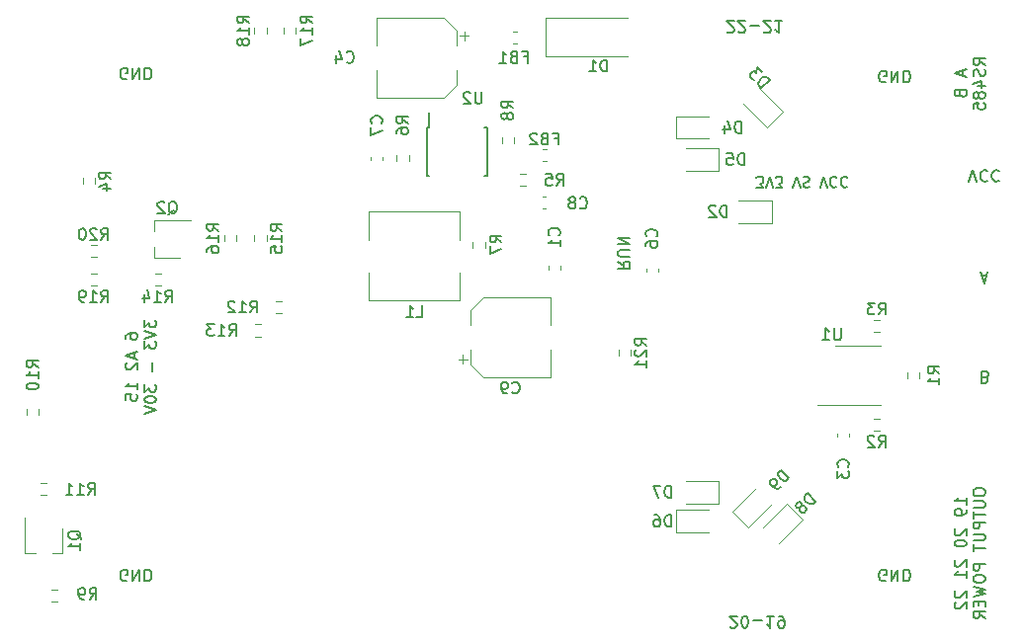
<source format=gbr>
%TF.GenerationSoftware,KiCad,Pcbnew,7.0.8*%
%TF.CreationDate,2023-11-04T19:47:02-03:00*%
%TF.ProjectId,PECDR,50454344-522e-46b6-9963-61645f706362,rev?*%
%TF.SameCoordinates,Original*%
%TF.FileFunction,Legend,Bot*%
%TF.FilePolarity,Positive*%
%FSLAX46Y46*%
G04 Gerber Fmt 4.6, Leading zero omitted, Abs format (unit mm)*
G04 Created by KiCad (PCBNEW 7.0.8) date 2023-11-04 19:47:02*
%MOMM*%
%LPD*%
G01*
G04 APERTURE LIST*
%ADD10C,0.150000*%
%ADD11C,0.120000*%
G04 APERTURE END LIST*
D10*
X42860588Y-102135505D02*
X42765350Y-102183124D01*
X42765350Y-102183124D02*
X42622493Y-102183124D01*
X42622493Y-102183124D02*
X42479636Y-102135505D01*
X42479636Y-102135505D02*
X42384398Y-102040267D01*
X42384398Y-102040267D02*
X42336779Y-101945029D01*
X42336779Y-101945029D02*
X42289160Y-101754553D01*
X42289160Y-101754553D02*
X42289160Y-101611696D01*
X42289160Y-101611696D02*
X42336779Y-101421220D01*
X42336779Y-101421220D02*
X42384398Y-101325982D01*
X42384398Y-101325982D02*
X42479636Y-101230744D01*
X42479636Y-101230744D02*
X42622493Y-101183124D01*
X42622493Y-101183124D02*
X42717731Y-101183124D01*
X42717731Y-101183124D02*
X42860588Y-101230744D01*
X42860588Y-101230744D02*
X42908207Y-101278363D01*
X42908207Y-101278363D02*
X42908207Y-101611696D01*
X42908207Y-101611696D02*
X42717731Y-101611696D01*
X43336779Y-101183124D02*
X43336779Y-102183124D01*
X43336779Y-102183124D02*
X43908207Y-101183124D01*
X43908207Y-101183124D02*
X43908207Y-102183124D01*
X44384398Y-101183124D02*
X44384398Y-102183124D01*
X44384398Y-102183124D02*
X44622493Y-102183124D01*
X44622493Y-102183124D02*
X44765350Y-102135505D01*
X44765350Y-102135505D02*
X44860588Y-102040267D01*
X44860588Y-102040267D02*
X44908207Y-101945029D01*
X44908207Y-101945029D02*
X44955826Y-101754553D01*
X44955826Y-101754553D02*
X44955826Y-101611696D01*
X44955826Y-101611696D02*
X44908207Y-101421220D01*
X44908207Y-101421220D02*
X44860588Y-101325982D01*
X44860588Y-101325982D02*
X44765350Y-101230744D01*
X44765350Y-101230744D02*
X44622493Y-101183124D01*
X44622493Y-101183124D02*
X44384398Y-101183124D01*
X116039160Y-75968839D02*
X116515350Y-75968839D01*
X115943922Y-75683124D02*
X116277255Y-76683124D01*
X116277255Y-76683124D02*
X116610588Y-75683124D01*
X116420112Y-84706934D02*
X116562969Y-84659315D01*
X116562969Y-84659315D02*
X116610588Y-84611696D01*
X116610588Y-84611696D02*
X116658207Y-84516458D01*
X116658207Y-84516458D02*
X116658207Y-84373601D01*
X116658207Y-84373601D02*
X116610588Y-84278363D01*
X116610588Y-84278363D02*
X116562969Y-84230744D01*
X116562969Y-84230744D02*
X116467731Y-84183124D01*
X116467731Y-84183124D02*
X116086779Y-84183124D01*
X116086779Y-84183124D02*
X116086779Y-85183124D01*
X116086779Y-85183124D02*
X116420112Y-85183124D01*
X116420112Y-85183124D02*
X116515350Y-85135505D01*
X116515350Y-85135505D02*
X116562969Y-85087886D01*
X116562969Y-85087886D02*
X116610588Y-84992648D01*
X116610588Y-84992648D02*
X116610588Y-84897410D01*
X116610588Y-84897410D02*
X116562969Y-84802172D01*
X116562969Y-84802172D02*
X116515350Y-84754553D01*
X116515350Y-84754553D02*
X116420112Y-84706934D01*
X116420112Y-84706934D02*
X116086779Y-84706934D01*
X107860588Y-102135505D02*
X107765350Y-102183124D01*
X107765350Y-102183124D02*
X107622493Y-102183124D01*
X107622493Y-102183124D02*
X107479636Y-102135505D01*
X107479636Y-102135505D02*
X107384398Y-102040267D01*
X107384398Y-102040267D02*
X107336779Y-101945029D01*
X107336779Y-101945029D02*
X107289160Y-101754553D01*
X107289160Y-101754553D02*
X107289160Y-101611696D01*
X107289160Y-101611696D02*
X107336779Y-101421220D01*
X107336779Y-101421220D02*
X107384398Y-101325982D01*
X107384398Y-101325982D02*
X107479636Y-101230744D01*
X107479636Y-101230744D02*
X107622493Y-101183124D01*
X107622493Y-101183124D02*
X107717731Y-101183124D01*
X107717731Y-101183124D02*
X107860588Y-101230744D01*
X107860588Y-101230744D02*
X107908207Y-101278363D01*
X107908207Y-101278363D02*
X107908207Y-101611696D01*
X107908207Y-101611696D02*
X107717731Y-101611696D01*
X108336779Y-101183124D02*
X108336779Y-102183124D01*
X108336779Y-102183124D02*
X108908207Y-101183124D01*
X108908207Y-101183124D02*
X108908207Y-102183124D01*
X109384398Y-101183124D02*
X109384398Y-102183124D01*
X109384398Y-102183124D02*
X109622493Y-102183124D01*
X109622493Y-102183124D02*
X109765350Y-102135505D01*
X109765350Y-102135505D02*
X109860588Y-102040267D01*
X109860588Y-102040267D02*
X109908207Y-101945029D01*
X109908207Y-101945029D02*
X109955826Y-101754553D01*
X109955826Y-101754553D02*
X109955826Y-101611696D01*
X109955826Y-101611696D02*
X109908207Y-101421220D01*
X109908207Y-101421220D02*
X109860588Y-101325982D01*
X109860588Y-101325982D02*
X109765350Y-101230744D01*
X109765350Y-101230744D02*
X109622493Y-101183124D01*
X109622493Y-101183124D02*
X109384398Y-101183124D01*
X96799999Y-68420886D02*
X97357142Y-68420886D01*
X97357142Y-68420886D02*
X97057142Y-68078029D01*
X97057142Y-68078029D02*
X97185713Y-68078029D01*
X97185713Y-68078029D02*
X97271428Y-68035172D01*
X97271428Y-68035172D02*
X97314285Y-67992315D01*
X97314285Y-67992315D02*
X97357142Y-67906601D01*
X97357142Y-67906601D02*
X97357142Y-67692315D01*
X97357142Y-67692315D02*
X97314285Y-67606601D01*
X97314285Y-67606601D02*
X97271428Y-67563744D01*
X97271428Y-67563744D02*
X97185713Y-67520886D01*
X97185713Y-67520886D02*
X96928570Y-67520886D01*
X96928570Y-67520886D02*
X96842856Y-67563744D01*
X96842856Y-67563744D02*
X96799999Y-67606601D01*
X97614285Y-68420886D02*
X97914285Y-67520886D01*
X97914285Y-67520886D02*
X98214285Y-68420886D01*
X98428571Y-68420886D02*
X98985714Y-68420886D01*
X98985714Y-68420886D02*
X98685714Y-68078029D01*
X98685714Y-68078029D02*
X98814285Y-68078029D01*
X98814285Y-68078029D02*
X98900000Y-68035172D01*
X98900000Y-68035172D02*
X98942857Y-67992315D01*
X98942857Y-67992315D02*
X98985714Y-67906601D01*
X98985714Y-67906601D02*
X98985714Y-67692315D01*
X98985714Y-67692315D02*
X98942857Y-67606601D01*
X98942857Y-67606601D02*
X98900000Y-67563744D01*
X98900000Y-67563744D02*
X98814285Y-67520886D01*
X98814285Y-67520886D02*
X98557142Y-67520886D01*
X98557142Y-67520886D02*
X98471428Y-67563744D01*
X98471428Y-67563744D02*
X98428571Y-67606601D01*
X99928571Y-68420886D02*
X100228571Y-67520886D01*
X100228571Y-67520886D02*
X100528571Y-68420886D01*
X100785714Y-67563744D02*
X100914286Y-67520886D01*
X100914286Y-67520886D02*
X101128571Y-67520886D01*
X101128571Y-67520886D02*
X101214286Y-67563744D01*
X101214286Y-67563744D02*
X101257143Y-67606601D01*
X101257143Y-67606601D02*
X101300000Y-67692315D01*
X101300000Y-67692315D02*
X101300000Y-67778029D01*
X101300000Y-67778029D02*
X101257143Y-67863744D01*
X101257143Y-67863744D02*
X101214286Y-67906601D01*
X101214286Y-67906601D02*
X101128571Y-67949458D01*
X101128571Y-67949458D02*
X100957143Y-67992315D01*
X100957143Y-67992315D02*
X100871428Y-68035172D01*
X100871428Y-68035172D02*
X100828571Y-68078029D01*
X100828571Y-68078029D02*
X100785714Y-68163744D01*
X100785714Y-68163744D02*
X100785714Y-68249458D01*
X100785714Y-68249458D02*
X100828571Y-68335172D01*
X100828571Y-68335172D02*
X100871428Y-68378029D01*
X100871428Y-68378029D02*
X100957143Y-68420886D01*
X100957143Y-68420886D02*
X101171428Y-68420886D01*
X101171428Y-68420886D02*
X101300000Y-68378029D01*
X102242857Y-68420886D02*
X102542857Y-67520886D01*
X102542857Y-67520886D02*
X102842857Y-68420886D01*
X103657143Y-67606601D02*
X103614286Y-67563744D01*
X103614286Y-67563744D02*
X103485714Y-67520886D01*
X103485714Y-67520886D02*
X103400000Y-67520886D01*
X103400000Y-67520886D02*
X103271429Y-67563744D01*
X103271429Y-67563744D02*
X103185714Y-67649458D01*
X103185714Y-67649458D02*
X103142857Y-67735172D01*
X103142857Y-67735172D02*
X103100000Y-67906601D01*
X103100000Y-67906601D02*
X103100000Y-68035172D01*
X103100000Y-68035172D02*
X103142857Y-68206601D01*
X103142857Y-68206601D02*
X103185714Y-68292315D01*
X103185714Y-68292315D02*
X103271429Y-68378029D01*
X103271429Y-68378029D02*
X103400000Y-68420886D01*
X103400000Y-68420886D02*
X103485714Y-68420886D01*
X103485714Y-68420886D02*
X103614286Y-68378029D01*
X103614286Y-68378029D02*
X103657143Y-68335172D01*
X104557143Y-67606601D02*
X104514286Y-67563744D01*
X104514286Y-67563744D02*
X104385714Y-67520886D01*
X104385714Y-67520886D02*
X104300000Y-67520886D01*
X104300000Y-67520886D02*
X104171429Y-67563744D01*
X104171429Y-67563744D02*
X104085714Y-67649458D01*
X104085714Y-67649458D02*
X104042857Y-67735172D01*
X104042857Y-67735172D02*
X104000000Y-67906601D01*
X104000000Y-67906601D02*
X104000000Y-68035172D01*
X104000000Y-68035172D02*
X104042857Y-68206601D01*
X104042857Y-68206601D02*
X104085714Y-68292315D01*
X104085714Y-68292315D02*
X104171429Y-68378029D01*
X104171429Y-68378029D02*
X104300000Y-68420886D01*
X104300000Y-68420886D02*
X104385714Y-68420886D01*
X104385714Y-68420886D02*
X104514286Y-68378029D01*
X104514286Y-68378029D02*
X104557143Y-68335172D01*
X94539160Y-106087886D02*
X94586779Y-106135505D01*
X94586779Y-106135505D02*
X94682017Y-106183124D01*
X94682017Y-106183124D02*
X94920112Y-106183124D01*
X94920112Y-106183124D02*
X95015350Y-106135505D01*
X95015350Y-106135505D02*
X95062969Y-106087886D01*
X95062969Y-106087886D02*
X95110588Y-105992648D01*
X95110588Y-105992648D02*
X95110588Y-105897410D01*
X95110588Y-105897410D02*
X95062969Y-105754553D01*
X95062969Y-105754553D02*
X94491541Y-105183124D01*
X94491541Y-105183124D02*
X95110588Y-105183124D01*
X95729636Y-106183124D02*
X95824874Y-106183124D01*
X95824874Y-106183124D02*
X95920112Y-106135505D01*
X95920112Y-106135505D02*
X95967731Y-106087886D01*
X95967731Y-106087886D02*
X96015350Y-105992648D01*
X96015350Y-105992648D02*
X96062969Y-105802172D01*
X96062969Y-105802172D02*
X96062969Y-105564077D01*
X96062969Y-105564077D02*
X96015350Y-105373601D01*
X96015350Y-105373601D02*
X95967731Y-105278363D01*
X95967731Y-105278363D02*
X95920112Y-105230744D01*
X95920112Y-105230744D02*
X95824874Y-105183124D01*
X95824874Y-105183124D02*
X95729636Y-105183124D01*
X95729636Y-105183124D02*
X95634398Y-105230744D01*
X95634398Y-105230744D02*
X95586779Y-105278363D01*
X95586779Y-105278363D02*
X95539160Y-105373601D01*
X95539160Y-105373601D02*
X95491541Y-105564077D01*
X95491541Y-105564077D02*
X95491541Y-105802172D01*
X95491541Y-105802172D02*
X95539160Y-105992648D01*
X95539160Y-105992648D02*
X95586779Y-106087886D01*
X95586779Y-106087886D02*
X95634398Y-106135505D01*
X95634398Y-106135505D02*
X95729636Y-106183124D01*
X96491541Y-105564077D02*
X97253446Y-105564077D01*
X98253445Y-105183124D02*
X97682017Y-105183124D01*
X97967731Y-105183124D02*
X97967731Y-106183124D01*
X97967731Y-106183124D02*
X97872493Y-106040267D01*
X97872493Y-106040267D02*
X97777255Y-105945029D01*
X97777255Y-105945029D02*
X97682017Y-105897410D01*
X98729636Y-105183124D02*
X98920112Y-105183124D01*
X98920112Y-105183124D02*
X99015350Y-105230744D01*
X99015350Y-105230744D02*
X99062969Y-105278363D01*
X99062969Y-105278363D02*
X99158207Y-105421220D01*
X99158207Y-105421220D02*
X99205826Y-105611696D01*
X99205826Y-105611696D02*
X99205826Y-105992648D01*
X99205826Y-105992648D02*
X99158207Y-106087886D01*
X99158207Y-106087886D02*
X99110588Y-106135505D01*
X99110588Y-106135505D02*
X99015350Y-106183124D01*
X99015350Y-106183124D02*
X98824874Y-106183124D01*
X98824874Y-106183124D02*
X98729636Y-106135505D01*
X98729636Y-106135505D02*
X98682017Y-106087886D01*
X98682017Y-106087886D02*
X98634398Y-105992648D01*
X98634398Y-105992648D02*
X98634398Y-105754553D01*
X98634398Y-105754553D02*
X98682017Y-105659315D01*
X98682017Y-105659315D02*
X98729636Y-105611696D01*
X98729636Y-105611696D02*
X98824874Y-105564077D01*
X98824874Y-105564077D02*
X99015350Y-105564077D01*
X99015350Y-105564077D02*
X99110588Y-105611696D01*
X99110588Y-105611696D02*
X99158207Y-105659315D01*
X99158207Y-105659315D02*
X99205826Y-105754553D01*
X114993922Y-67933124D02*
X115327255Y-66933124D01*
X115327255Y-66933124D02*
X115660588Y-67933124D01*
X116565350Y-67028363D02*
X116517731Y-66980744D01*
X116517731Y-66980744D02*
X116374874Y-66933124D01*
X116374874Y-66933124D02*
X116279636Y-66933124D01*
X116279636Y-66933124D02*
X116136779Y-66980744D01*
X116136779Y-66980744D02*
X116041541Y-67075982D01*
X116041541Y-67075982D02*
X115993922Y-67171220D01*
X115993922Y-67171220D02*
X115946303Y-67361696D01*
X115946303Y-67361696D02*
X115946303Y-67504553D01*
X115946303Y-67504553D02*
X115993922Y-67695029D01*
X115993922Y-67695029D02*
X116041541Y-67790267D01*
X116041541Y-67790267D02*
X116136779Y-67885505D01*
X116136779Y-67885505D02*
X116279636Y-67933124D01*
X116279636Y-67933124D02*
X116374874Y-67933124D01*
X116374874Y-67933124D02*
X116517731Y-67885505D01*
X116517731Y-67885505D02*
X116565350Y-67837886D01*
X117565350Y-67028363D02*
X117517731Y-66980744D01*
X117517731Y-66980744D02*
X117374874Y-66933124D01*
X117374874Y-66933124D02*
X117279636Y-66933124D01*
X117279636Y-66933124D02*
X117136779Y-66980744D01*
X117136779Y-66980744D02*
X117041541Y-67075982D01*
X117041541Y-67075982D02*
X116993922Y-67171220D01*
X116993922Y-67171220D02*
X116946303Y-67361696D01*
X116946303Y-67361696D02*
X116946303Y-67504553D01*
X116946303Y-67504553D02*
X116993922Y-67695029D01*
X116993922Y-67695029D02*
X117041541Y-67790267D01*
X117041541Y-67790267D02*
X117136779Y-67885505D01*
X117136779Y-67885505D02*
X117279636Y-67933124D01*
X117279636Y-67933124D02*
X117374874Y-67933124D01*
X117374874Y-67933124D02*
X117517731Y-67885505D01*
X117517731Y-67885505D02*
X117565350Y-67837886D01*
X94289160Y-55087886D02*
X94336779Y-55135505D01*
X94336779Y-55135505D02*
X94432017Y-55183124D01*
X94432017Y-55183124D02*
X94670112Y-55183124D01*
X94670112Y-55183124D02*
X94765350Y-55135505D01*
X94765350Y-55135505D02*
X94812969Y-55087886D01*
X94812969Y-55087886D02*
X94860588Y-54992648D01*
X94860588Y-54992648D02*
X94860588Y-54897410D01*
X94860588Y-54897410D02*
X94812969Y-54754553D01*
X94812969Y-54754553D02*
X94241541Y-54183124D01*
X94241541Y-54183124D02*
X94860588Y-54183124D01*
X95241541Y-55087886D02*
X95289160Y-55135505D01*
X95289160Y-55135505D02*
X95384398Y-55183124D01*
X95384398Y-55183124D02*
X95622493Y-55183124D01*
X95622493Y-55183124D02*
X95717731Y-55135505D01*
X95717731Y-55135505D02*
X95765350Y-55087886D01*
X95765350Y-55087886D02*
X95812969Y-54992648D01*
X95812969Y-54992648D02*
X95812969Y-54897410D01*
X95812969Y-54897410D02*
X95765350Y-54754553D01*
X95765350Y-54754553D02*
X95193922Y-54183124D01*
X95193922Y-54183124D02*
X95812969Y-54183124D01*
X96241541Y-54564077D02*
X97003446Y-54564077D01*
X97432017Y-55087886D02*
X97479636Y-55135505D01*
X97479636Y-55135505D02*
X97574874Y-55183124D01*
X97574874Y-55183124D02*
X97812969Y-55183124D01*
X97812969Y-55183124D02*
X97908207Y-55135505D01*
X97908207Y-55135505D02*
X97955826Y-55087886D01*
X97955826Y-55087886D02*
X98003445Y-54992648D01*
X98003445Y-54992648D02*
X98003445Y-54897410D01*
X98003445Y-54897410D02*
X97955826Y-54754553D01*
X97955826Y-54754553D02*
X97384398Y-54183124D01*
X97384398Y-54183124D02*
X98003445Y-54183124D01*
X98955826Y-54183124D02*
X98384398Y-54183124D01*
X98670112Y-54183124D02*
X98670112Y-55183124D01*
X98670112Y-55183124D02*
X98574874Y-55040267D01*
X98574874Y-55040267D02*
X98479636Y-54945029D01*
X98479636Y-54945029D02*
X98384398Y-54897410D01*
X114759819Y-95612467D02*
X114759819Y-95041039D01*
X114759819Y-95326753D02*
X113759819Y-95326753D01*
X113759819Y-95326753D02*
X113902676Y-95231515D01*
X113902676Y-95231515D02*
X113997914Y-95136277D01*
X113997914Y-95136277D02*
X114045533Y-95041039D01*
X114759819Y-96088658D02*
X114759819Y-96279134D01*
X114759819Y-96279134D02*
X114712200Y-96374372D01*
X114712200Y-96374372D02*
X114664580Y-96421991D01*
X114664580Y-96421991D02*
X114521723Y-96517229D01*
X114521723Y-96517229D02*
X114331247Y-96564848D01*
X114331247Y-96564848D02*
X113950295Y-96564848D01*
X113950295Y-96564848D02*
X113855057Y-96517229D01*
X113855057Y-96517229D02*
X113807438Y-96469610D01*
X113807438Y-96469610D02*
X113759819Y-96374372D01*
X113759819Y-96374372D02*
X113759819Y-96183896D01*
X113759819Y-96183896D02*
X113807438Y-96088658D01*
X113807438Y-96088658D02*
X113855057Y-96041039D01*
X113855057Y-96041039D02*
X113950295Y-95993420D01*
X113950295Y-95993420D02*
X114188390Y-95993420D01*
X114188390Y-95993420D02*
X114283628Y-96041039D01*
X114283628Y-96041039D02*
X114331247Y-96088658D01*
X114331247Y-96088658D02*
X114378866Y-96183896D01*
X114378866Y-96183896D02*
X114378866Y-96374372D01*
X114378866Y-96374372D02*
X114331247Y-96469610D01*
X114331247Y-96469610D02*
X114283628Y-96517229D01*
X114283628Y-96517229D02*
X114188390Y-96564848D01*
X113855057Y-97707706D02*
X113807438Y-97755325D01*
X113807438Y-97755325D02*
X113759819Y-97850563D01*
X113759819Y-97850563D02*
X113759819Y-98088658D01*
X113759819Y-98088658D02*
X113807438Y-98183896D01*
X113807438Y-98183896D02*
X113855057Y-98231515D01*
X113855057Y-98231515D02*
X113950295Y-98279134D01*
X113950295Y-98279134D02*
X114045533Y-98279134D01*
X114045533Y-98279134D02*
X114188390Y-98231515D01*
X114188390Y-98231515D02*
X114759819Y-97660087D01*
X114759819Y-97660087D02*
X114759819Y-98279134D01*
X113759819Y-98898182D02*
X113759819Y-98993420D01*
X113759819Y-98993420D02*
X113807438Y-99088658D01*
X113807438Y-99088658D02*
X113855057Y-99136277D01*
X113855057Y-99136277D02*
X113950295Y-99183896D01*
X113950295Y-99183896D02*
X114140771Y-99231515D01*
X114140771Y-99231515D02*
X114378866Y-99231515D01*
X114378866Y-99231515D02*
X114569342Y-99183896D01*
X114569342Y-99183896D02*
X114664580Y-99136277D01*
X114664580Y-99136277D02*
X114712200Y-99088658D01*
X114712200Y-99088658D02*
X114759819Y-98993420D01*
X114759819Y-98993420D02*
X114759819Y-98898182D01*
X114759819Y-98898182D02*
X114712200Y-98802944D01*
X114712200Y-98802944D02*
X114664580Y-98755325D01*
X114664580Y-98755325D02*
X114569342Y-98707706D01*
X114569342Y-98707706D02*
X114378866Y-98660087D01*
X114378866Y-98660087D02*
X114140771Y-98660087D01*
X114140771Y-98660087D02*
X113950295Y-98707706D01*
X113950295Y-98707706D02*
X113855057Y-98755325D01*
X113855057Y-98755325D02*
X113807438Y-98802944D01*
X113807438Y-98802944D02*
X113759819Y-98898182D01*
X113855057Y-100374373D02*
X113807438Y-100421992D01*
X113807438Y-100421992D02*
X113759819Y-100517230D01*
X113759819Y-100517230D02*
X113759819Y-100755325D01*
X113759819Y-100755325D02*
X113807438Y-100850563D01*
X113807438Y-100850563D02*
X113855057Y-100898182D01*
X113855057Y-100898182D02*
X113950295Y-100945801D01*
X113950295Y-100945801D02*
X114045533Y-100945801D01*
X114045533Y-100945801D02*
X114188390Y-100898182D01*
X114188390Y-100898182D02*
X114759819Y-100326754D01*
X114759819Y-100326754D02*
X114759819Y-100945801D01*
X114759819Y-101898182D02*
X114759819Y-101326754D01*
X114759819Y-101612468D02*
X113759819Y-101612468D01*
X113759819Y-101612468D02*
X113902676Y-101517230D01*
X113902676Y-101517230D02*
X113997914Y-101421992D01*
X113997914Y-101421992D02*
X114045533Y-101326754D01*
X113855057Y-103041040D02*
X113807438Y-103088659D01*
X113807438Y-103088659D02*
X113759819Y-103183897D01*
X113759819Y-103183897D02*
X113759819Y-103421992D01*
X113759819Y-103421992D02*
X113807438Y-103517230D01*
X113807438Y-103517230D02*
X113855057Y-103564849D01*
X113855057Y-103564849D02*
X113950295Y-103612468D01*
X113950295Y-103612468D02*
X114045533Y-103612468D01*
X114045533Y-103612468D02*
X114188390Y-103564849D01*
X114188390Y-103564849D02*
X114759819Y-102993421D01*
X114759819Y-102993421D02*
X114759819Y-103612468D01*
X113855057Y-103993421D02*
X113807438Y-104041040D01*
X113807438Y-104041040D02*
X113759819Y-104136278D01*
X113759819Y-104136278D02*
X113759819Y-104374373D01*
X113759819Y-104374373D02*
X113807438Y-104469611D01*
X113807438Y-104469611D02*
X113855057Y-104517230D01*
X113855057Y-104517230D02*
X113950295Y-104564849D01*
X113950295Y-104564849D02*
X114045533Y-104564849D01*
X114045533Y-104564849D02*
X114188390Y-104517230D01*
X114188390Y-104517230D02*
X114759819Y-103945802D01*
X114759819Y-103945802D02*
X114759819Y-104564849D01*
X115369819Y-94469610D02*
X115369819Y-94660086D01*
X115369819Y-94660086D02*
X115417438Y-94755324D01*
X115417438Y-94755324D02*
X115512676Y-94850562D01*
X115512676Y-94850562D02*
X115703152Y-94898181D01*
X115703152Y-94898181D02*
X116036485Y-94898181D01*
X116036485Y-94898181D02*
X116226961Y-94850562D01*
X116226961Y-94850562D02*
X116322200Y-94755324D01*
X116322200Y-94755324D02*
X116369819Y-94660086D01*
X116369819Y-94660086D02*
X116369819Y-94469610D01*
X116369819Y-94469610D02*
X116322200Y-94374372D01*
X116322200Y-94374372D02*
X116226961Y-94279134D01*
X116226961Y-94279134D02*
X116036485Y-94231515D01*
X116036485Y-94231515D02*
X115703152Y-94231515D01*
X115703152Y-94231515D02*
X115512676Y-94279134D01*
X115512676Y-94279134D02*
X115417438Y-94374372D01*
X115417438Y-94374372D02*
X115369819Y-94469610D01*
X115369819Y-95326753D02*
X116179342Y-95326753D01*
X116179342Y-95326753D02*
X116274580Y-95374372D01*
X116274580Y-95374372D02*
X116322200Y-95421991D01*
X116322200Y-95421991D02*
X116369819Y-95517229D01*
X116369819Y-95517229D02*
X116369819Y-95707705D01*
X116369819Y-95707705D02*
X116322200Y-95802943D01*
X116322200Y-95802943D02*
X116274580Y-95850562D01*
X116274580Y-95850562D02*
X116179342Y-95898181D01*
X116179342Y-95898181D02*
X115369819Y-95898181D01*
X115369819Y-96231515D02*
X115369819Y-96802943D01*
X116369819Y-96517229D02*
X115369819Y-96517229D01*
X116369819Y-97136277D02*
X115369819Y-97136277D01*
X115369819Y-97136277D02*
X115369819Y-97517229D01*
X115369819Y-97517229D02*
X115417438Y-97612467D01*
X115417438Y-97612467D02*
X115465057Y-97660086D01*
X115465057Y-97660086D02*
X115560295Y-97707705D01*
X115560295Y-97707705D02*
X115703152Y-97707705D01*
X115703152Y-97707705D02*
X115798390Y-97660086D01*
X115798390Y-97660086D02*
X115846009Y-97612467D01*
X115846009Y-97612467D02*
X115893628Y-97517229D01*
X115893628Y-97517229D02*
X115893628Y-97136277D01*
X115369819Y-98136277D02*
X116179342Y-98136277D01*
X116179342Y-98136277D02*
X116274580Y-98183896D01*
X116274580Y-98183896D02*
X116322200Y-98231515D01*
X116322200Y-98231515D02*
X116369819Y-98326753D01*
X116369819Y-98326753D02*
X116369819Y-98517229D01*
X116369819Y-98517229D02*
X116322200Y-98612467D01*
X116322200Y-98612467D02*
X116274580Y-98660086D01*
X116274580Y-98660086D02*
X116179342Y-98707705D01*
X116179342Y-98707705D02*
X115369819Y-98707705D01*
X115369819Y-99041039D02*
X115369819Y-99612467D01*
X116369819Y-99326753D02*
X115369819Y-99326753D01*
X116369819Y-100707706D02*
X115369819Y-100707706D01*
X115369819Y-100707706D02*
X115369819Y-101088658D01*
X115369819Y-101088658D02*
X115417438Y-101183896D01*
X115417438Y-101183896D02*
X115465057Y-101231515D01*
X115465057Y-101231515D02*
X115560295Y-101279134D01*
X115560295Y-101279134D02*
X115703152Y-101279134D01*
X115703152Y-101279134D02*
X115798390Y-101231515D01*
X115798390Y-101231515D02*
X115846009Y-101183896D01*
X115846009Y-101183896D02*
X115893628Y-101088658D01*
X115893628Y-101088658D02*
X115893628Y-100707706D01*
X115369819Y-101898182D02*
X115369819Y-102088658D01*
X115369819Y-102088658D02*
X115417438Y-102183896D01*
X115417438Y-102183896D02*
X115512676Y-102279134D01*
X115512676Y-102279134D02*
X115703152Y-102326753D01*
X115703152Y-102326753D02*
X116036485Y-102326753D01*
X116036485Y-102326753D02*
X116226961Y-102279134D01*
X116226961Y-102279134D02*
X116322200Y-102183896D01*
X116322200Y-102183896D02*
X116369819Y-102088658D01*
X116369819Y-102088658D02*
X116369819Y-101898182D01*
X116369819Y-101898182D02*
X116322200Y-101802944D01*
X116322200Y-101802944D02*
X116226961Y-101707706D01*
X116226961Y-101707706D02*
X116036485Y-101660087D01*
X116036485Y-101660087D02*
X115703152Y-101660087D01*
X115703152Y-101660087D02*
X115512676Y-101707706D01*
X115512676Y-101707706D02*
X115417438Y-101802944D01*
X115417438Y-101802944D02*
X115369819Y-101898182D01*
X115369819Y-102660087D02*
X116369819Y-102898182D01*
X116369819Y-102898182D02*
X115655533Y-103088658D01*
X115655533Y-103088658D02*
X116369819Y-103279134D01*
X116369819Y-103279134D02*
X115369819Y-103517230D01*
X115846009Y-103898182D02*
X115846009Y-104231515D01*
X116369819Y-104374372D02*
X116369819Y-103898182D01*
X116369819Y-103898182D02*
X115369819Y-103898182D01*
X115369819Y-103898182D02*
X115369819Y-104374372D01*
X116369819Y-105374372D02*
X115893628Y-105041039D01*
X116369819Y-104802944D02*
X115369819Y-104802944D01*
X115369819Y-104802944D02*
X115369819Y-105183896D01*
X115369819Y-105183896D02*
X115417438Y-105279134D01*
X115417438Y-105279134D02*
X115465057Y-105326753D01*
X115465057Y-105326753D02*
X115560295Y-105374372D01*
X115560295Y-105374372D02*
X115703152Y-105374372D01*
X115703152Y-105374372D02*
X115798390Y-105326753D01*
X115798390Y-105326753D02*
X115846009Y-105279134D01*
X115846009Y-105279134D02*
X115893628Y-105183896D01*
X115893628Y-105183896D02*
X115893628Y-104802944D01*
X107860588Y-59385505D02*
X107765350Y-59433124D01*
X107765350Y-59433124D02*
X107622493Y-59433124D01*
X107622493Y-59433124D02*
X107479636Y-59385505D01*
X107479636Y-59385505D02*
X107384398Y-59290267D01*
X107384398Y-59290267D02*
X107336779Y-59195029D01*
X107336779Y-59195029D02*
X107289160Y-59004553D01*
X107289160Y-59004553D02*
X107289160Y-58861696D01*
X107289160Y-58861696D02*
X107336779Y-58671220D01*
X107336779Y-58671220D02*
X107384398Y-58575982D01*
X107384398Y-58575982D02*
X107479636Y-58480744D01*
X107479636Y-58480744D02*
X107622493Y-58433124D01*
X107622493Y-58433124D02*
X107717731Y-58433124D01*
X107717731Y-58433124D02*
X107860588Y-58480744D01*
X107860588Y-58480744D02*
X107908207Y-58528363D01*
X107908207Y-58528363D02*
X107908207Y-58861696D01*
X107908207Y-58861696D02*
X107717731Y-58861696D01*
X108336779Y-58433124D02*
X108336779Y-59433124D01*
X108336779Y-59433124D02*
X108908207Y-58433124D01*
X108908207Y-58433124D02*
X108908207Y-59433124D01*
X109384398Y-58433124D02*
X109384398Y-59433124D01*
X109384398Y-59433124D02*
X109622493Y-59433124D01*
X109622493Y-59433124D02*
X109765350Y-59385505D01*
X109765350Y-59385505D02*
X109860588Y-59290267D01*
X109860588Y-59290267D02*
X109908207Y-59195029D01*
X109908207Y-59195029D02*
X109955826Y-59004553D01*
X109955826Y-59004553D02*
X109955826Y-58861696D01*
X109955826Y-58861696D02*
X109908207Y-58671220D01*
X109908207Y-58671220D02*
X109860588Y-58575982D01*
X109860588Y-58575982D02*
X109765350Y-58480744D01*
X109765350Y-58480744D02*
X109622493Y-58433124D01*
X109622493Y-58433124D02*
X109384398Y-58433124D01*
X42759819Y-81374372D02*
X42759819Y-81183896D01*
X42759819Y-81183896D02*
X42807438Y-81088658D01*
X42807438Y-81088658D02*
X42855057Y-81041039D01*
X42855057Y-81041039D02*
X42997914Y-80945801D01*
X42997914Y-80945801D02*
X43188390Y-80898182D01*
X43188390Y-80898182D02*
X43569342Y-80898182D01*
X43569342Y-80898182D02*
X43664580Y-80945801D01*
X43664580Y-80945801D02*
X43712200Y-80993420D01*
X43712200Y-80993420D02*
X43759819Y-81088658D01*
X43759819Y-81088658D02*
X43759819Y-81279134D01*
X43759819Y-81279134D02*
X43712200Y-81374372D01*
X43712200Y-81374372D02*
X43664580Y-81421991D01*
X43664580Y-81421991D02*
X43569342Y-81469610D01*
X43569342Y-81469610D02*
X43331247Y-81469610D01*
X43331247Y-81469610D02*
X43236009Y-81421991D01*
X43236009Y-81421991D02*
X43188390Y-81374372D01*
X43188390Y-81374372D02*
X43140771Y-81279134D01*
X43140771Y-81279134D02*
X43140771Y-81088658D01*
X43140771Y-81088658D02*
X43188390Y-80993420D01*
X43188390Y-80993420D02*
X43236009Y-80945801D01*
X43236009Y-80945801D02*
X43331247Y-80898182D01*
X43474104Y-82612468D02*
X43474104Y-83088658D01*
X43759819Y-82517230D02*
X42759819Y-82850563D01*
X42759819Y-82850563D02*
X43759819Y-83183896D01*
X42855057Y-83469611D02*
X42807438Y-83517230D01*
X42807438Y-83517230D02*
X42759819Y-83612468D01*
X42759819Y-83612468D02*
X42759819Y-83850563D01*
X42759819Y-83850563D02*
X42807438Y-83945801D01*
X42807438Y-83945801D02*
X42855057Y-83993420D01*
X42855057Y-83993420D02*
X42950295Y-84041039D01*
X42950295Y-84041039D02*
X43045533Y-84041039D01*
X43045533Y-84041039D02*
X43188390Y-83993420D01*
X43188390Y-83993420D02*
X43759819Y-83421992D01*
X43759819Y-83421992D02*
X43759819Y-84041039D01*
X43759819Y-85755325D02*
X43759819Y-85183897D01*
X43759819Y-85469611D02*
X42759819Y-85469611D01*
X42759819Y-85469611D02*
X42902676Y-85374373D01*
X42902676Y-85374373D02*
X42997914Y-85279135D01*
X42997914Y-85279135D02*
X43045533Y-85183897D01*
X42759819Y-86660087D02*
X42759819Y-86183897D01*
X42759819Y-86183897D02*
X43236009Y-86136278D01*
X43236009Y-86136278D02*
X43188390Y-86183897D01*
X43188390Y-86183897D02*
X43140771Y-86279135D01*
X43140771Y-86279135D02*
X43140771Y-86517230D01*
X43140771Y-86517230D02*
X43188390Y-86612468D01*
X43188390Y-86612468D02*
X43236009Y-86660087D01*
X43236009Y-86660087D02*
X43331247Y-86707706D01*
X43331247Y-86707706D02*
X43569342Y-86707706D01*
X43569342Y-86707706D02*
X43664580Y-86660087D01*
X43664580Y-86660087D02*
X43712200Y-86612468D01*
X43712200Y-86612468D02*
X43759819Y-86517230D01*
X43759819Y-86517230D02*
X43759819Y-86279135D01*
X43759819Y-86279135D02*
X43712200Y-86183897D01*
X43712200Y-86183897D02*
X43664580Y-86136278D01*
X44369819Y-79802944D02*
X44369819Y-80421991D01*
X44369819Y-80421991D02*
X44750771Y-80088658D01*
X44750771Y-80088658D02*
X44750771Y-80231515D01*
X44750771Y-80231515D02*
X44798390Y-80326753D01*
X44798390Y-80326753D02*
X44846009Y-80374372D01*
X44846009Y-80374372D02*
X44941247Y-80421991D01*
X44941247Y-80421991D02*
X45179342Y-80421991D01*
X45179342Y-80421991D02*
X45274580Y-80374372D01*
X45274580Y-80374372D02*
X45322200Y-80326753D01*
X45322200Y-80326753D02*
X45369819Y-80231515D01*
X45369819Y-80231515D02*
X45369819Y-79945801D01*
X45369819Y-79945801D02*
X45322200Y-79850563D01*
X45322200Y-79850563D02*
X45274580Y-79802944D01*
X44369819Y-80707706D02*
X45369819Y-81041039D01*
X45369819Y-81041039D02*
X44369819Y-81374372D01*
X44369819Y-81612468D02*
X44369819Y-82231515D01*
X44369819Y-82231515D02*
X44750771Y-81898182D01*
X44750771Y-81898182D02*
X44750771Y-82041039D01*
X44750771Y-82041039D02*
X44798390Y-82136277D01*
X44798390Y-82136277D02*
X44846009Y-82183896D01*
X44846009Y-82183896D02*
X44941247Y-82231515D01*
X44941247Y-82231515D02*
X45179342Y-82231515D01*
X45179342Y-82231515D02*
X45274580Y-82183896D01*
X45274580Y-82183896D02*
X45322200Y-82136277D01*
X45322200Y-82136277D02*
X45369819Y-82041039D01*
X45369819Y-82041039D02*
X45369819Y-81755325D01*
X45369819Y-81755325D02*
X45322200Y-81660087D01*
X45322200Y-81660087D02*
X45274580Y-81612468D01*
X44988866Y-83421992D02*
X44988866Y-84183897D01*
X44369819Y-85326754D02*
X44369819Y-85945801D01*
X44369819Y-85945801D02*
X44750771Y-85612468D01*
X44750771Y-85612468D02*
X44750771Y-85755325D01*
X44750771Y-85755325D02*
X44798390Y-85850563D01*
X44798390Y-85850563D02*
X44846009Y-85898182D01*
X44846009Y-85898182D02*
X44941247Y-85945801D01*
X44941247Y-85945801D02*
X45179342Y-85945801D01*
X45179342Y-85945801D02*
X45274580Y-85898182D01*
X45274580Y-85898182D02*
X45322200Y-85850563D01*
X45322200Y-85850563D02*
X45369819Y-85755325D01*
X45369819Y-85755325D02*
X45369819Y-85469611D01*
X45369819Y-85469611D02*
X45322200Y-85374373D01*
X45322200Y-85374373D02*
X45274580Y-85326754D01*
X44369819Y-86564849D02*
X44369819Y-86660087D01*
X44369819Y-86660087D02*
X44417438Y-86755325D01*
X44417438Y-86755325D02*
X44465057Y-86802944D01*
X44465057Y-86802944D02*
X44560295Y-86850563D01*
X44560295Y-86850563D02*
X44750771Y-86898182D01*
X44750771Y-86898182D02*
X44988866Y-86898182D01*
X44988866Y-86898182D02*
X45179342Y-86850563D01*
X45179342Y-86850563D02*
X45274580Y-86802944D01*
X45274580Y-86802944D02*
X45322200Y-86755325D01*
X45322200Y-86755325D02*
X45369819Y-86660087D01*
X45369819Y-86660087D02*
X45369819Y-86564849D01*
X45369819Y-86564849D02*
X45322200Y-86469611D01*
X45322200Y-86469611D02*
X45274580Y-86421992D01*
X45274580Y-86421992D02*
X45179342Y-86374373D01*
X45179342Y-86374373D02*
X44988866Y-86326754D01*
X44988866Y-86326754D02*
X44750771Y-86326754D01*
X44750771Y-86326754D02*
X44560295Y-86374373D01*
X44560295Y-86374373D02*
X44465057Y-86421992D01*
X44465057Y-86421992D02*
X44417438Y-86469611D01*
X44417438Y-86469611D02*
X44369819Y-86564849D01*
X44369819Y-87183897D02*
X45369819Y-87517230D01*
X45369819Y-87517230D02*
X44369819Y-87850563D01*
X84930180Y-74794736D02*
X85406371Y-75128069D01*
X84930180Y-75366164D02*
X85930180Y-75366164D01*
X85930180Y-75366164D02*
X85930180Y-74985212D01*
X85930180Y-74985212D02*
X85882561Y-74889974D01*
X85882561Y-74889974D02*
X85834942Y-74842355D01*
X85834942Y-74842355D02*
X85739704Y-74794736D01*
X85739704Y-74794736D02*
X85596847Y-74794736D01*
X85596847Y-74794736D02*
X85501609Y-74842355D01*
X85501609Y-74842355D02*
X85453990Y-74889974D01*
X85453990Y-74889974D02*
X85406371Y-74985212D01*
X85406371Y-74985212D02*
X85406371Y-75366164D01*
X85930180Y-74366164D02*
X85120657Y-74366164D01*
X85120657Y-74366164D02*
X85025419Y-74318545D01*
X85025419Y-74318545D02*
X84977800Y-74270926D01*
X84977800Y-74270926D02*
X84930180Y-74175688D01*
X84930180Y-74175688D02*
X84930180Y-73985212D01*
X84930180Y-73985212D02*
X84977800Y-73889974D01*
X84977800Y-73889974D02*
X85025419Y-73842355D01*
X85025419Y-73842355D02*
X85120657Y-73794736D01*
X85120657Y-73794736D02*
X85930180Y-73794736D01*
X84930180Y-73318545D02*
X85930180Y-73318545D01*
X85930180Y-73318545D02*
X84930180Y-72747117D01*
X84930180Y-72747117D02*
X85930180Y-72747117D01*
X114474104Y-58433896D02*
X114474104Y-58910086D01*
X114759819Y-58338658D02*
X113759819Y-58671991D01*
X113759819Y-58671991D02*
X114759819Y-59005324D01*
X114236009Y-60433896D02*
X114283628Y-60576753D01*
X114283628Y-60576753D02*
X114331247Y-60624372D01*
X114331247Y-60624372D02*
X114426485Y-60671991D01*
X114426485Y-60671991D02*
X114569342Y-60671991D01*
X114569342Y-60671991D02*
X114664580Y-60624372D01*
X114664580Y-60624372D02*
X114712200Y-60576753D01*
X114712200Y-60576753D02*
X114759819Y-60481515D01*
X114759819Y-60481515D02*
X114759819Y-60100563D01*
X114759819Y-60100563D02*
X113759819Y-60100563D01*
X113759819Y-60100563D02*
X113759819Y-60433896D01*
X113759819Y-60433896D02*
X113807438Y-60529134D01*
X113807438Y-60529134D02*
X113855057Y-60576753D01*
X113855057Y-60576753D02*
X113950295Y-60624372D01*
X113950295Y-60624372D02*
X114045533Y-60624372D01*
X114045533Y-60624372D02*
X114140771Y-60576753D01*
X114140771Y-60576753D02*
X114188390Y-60529134D01*
X114188390Y-60529134D02*
X114236009Y-60433896D01*
X114236009Y-60433896D02*
X114236009Y-60100563D01*
X116369819Y-57957705D02*
X115893628Y-57624372D01*
X116369819Y-57386277D02*
X115369819Y-57386277D01*
X115369819Y-57386277D02*
X115369819Y-57767229D01*
X115369819Y-57767229D02*
X115417438Y-57862467D01*
X115417438Y-57862467D02*
X115465057Y-57910086D01*
X115465057Y-57910086D02*
X115560295Y-57957705D01*
X115560295Y-57957705D02*
X115703152Y-57957705D01*
X115703152Y-57957705D02*
X115798390Y-57910086D01*
X115798390Y-57910086D02*
X115846009Y-57862467D01*
X115846009Y-57862467D02*
X115893628Y-57767229D01*
X115893628Y-57767229D02*
X115893628Y-57386277D01*
X116322200Y-58338658D02*
X116369819Y-58481515D01*
X116369819Y-58481515D02*
X116369819Y-58719610D01*
X116369819Y-58719610D02*
X116322200Y-58814848D01*
X116322200Y-58814848D02*
X116274580Y-58862467D01*
X116274580Y-58862467D02*
X116179342Y-58910086D01*
X116179342Y-58910086D02*
X116084104Y-58910086D01*
X116084104Y-58910086D02*
X115988866Y-58862467D01*
X115988866Y-58862467D02*
X115941247Y-58814848D01*
X115941247Y-58814848D02*
X115893628Y-58719610D01*
X115893628Y-58719610D02*
X115846009Y-58529134D01*
X115846009Y-58529134D02*
X115798390Y-58433896D01*
X115798390Y-58433896D02*
X115750771Y-58386277D01*
X115750771Y-58386277D02*
X115655533Y-58338658D01*
X115655533Y-58338658D02*
X115560295Y-58338658D01*
X115560295Y-58338658D02*
X115465057Y-58386277D01*
X115465057Y-58386277D02*
X115417438Y-58433896D01*
X115417438Y-58433896D02*
X115369819Y-58529134D01*
X115369819Y-58529134D02*
X115369819Y-58767229D01*
X115369819Y-58767229D02*
X115417438Y-58910086D01*
X115703152Y-59767229D02*
X116369819Y-59767229D01*
X115322200Y-59529134D02*
X116036485Y-59291039D01*
X116036485Y-59291039D02*
X116036485Y-59910086D01*
X115798390Y-60433896D02*
X115750771Y-60338658D01*
X115750771Y-60338658D02*
X115703152Y-60291039D01*
X115703152Y-60291039D02*
X115607914Y-60243420D01*
X115607914Y-60243420D02*
X115560295Y-60243420D01*
X115560295Y-60243420D02*
X115465057Y-60291039D01*
X115465057Y-60291039D02*
X115417438Y-60338658D01*
X115417438Y-60338658D02*
X115369819Y-60433896D01*
X115369819Y-60433896D02*
X115369819Y-60624372D01*
X115369819Y-60624372D02*
X115417438Y-60719610D01*
X115417438Y-60719610D02*
X115465057Y-60767229D01*
X115465057Y-60767229D02*
X115560295Y-60814848D01*
X115560295Y-60814848D02*
X115607914Y-60814848D01*
X115607914Y-60814848D02*
X115703152Y-60767229D01*
X115703152Y-60767229D02*
X115750771Y-60719610D01*
X115750771Y-60719610D02*
X115798390Y-60624372D01*
X115798390Y-60624372D02*
X115798390Y-60433896D01*
X115798390Y-60433896D02*
X115846009Y-60338658D01*
X115846009Y-60338658D02*
X115893628Y-60291039D01*
X115893628Y-60291039D02*
X115988866Y-60243420D01*
X115988866Y-60243420D02*
X116179342Y-60243420D01*
X116179342Y-60243420D02*
X116274580Y-60291039D01*
X116274580Y-60291039D02*
X116322200Y-60338658D01*
X116322200Y-60338658D02*
X116369819Y-60433896D01*
X116369819Y-60433896D02*
X116369819Y-60624372D01*
X116369819Y-60624372D02*
X116322200Y-60719610D01*
X116322200Y-60719610D02*
X116274580Y-60767229D01*
X116274580Y-60767229D02*
X116179342Y-60814848D01*
X116179342Y-60814848D02*
X115988866Y-60814848D01*
X115988866Y-60814848D02*
X115893628Y-60767229D01*
X115893628Y-60767229D02*
X115846009Y-60719610D01*
X115846009Y-60719610D02*
X115798390Y-60624372D01*
X115369819Y-61719610D02*
X115369819Y-61243420D01*
X115369819Y-61243420D02*
X115846009Y-61195801D01*
X115846009Y-61195801D02*
X115798390Y-61243420D01*
X115798390Y-61243420D02*
X115750771Y-61338658D01*
X115750771Y-61338658D02*
X115750771Y-61576753D01*
X115750771Y-61576753D02*
X115798390Y-61671991D01*
X115798390Y-61671991D02*
X115846009Y-61719610D01*
X115846009Y-61719610D02*
X115941247Y-61767229D01*
X115941247Y-61767229D02*
X116179342Y-61767229D01*
X116179342Y-61767229D02*
X116274580Y-61719610D01*
X116274580Y-61719610D02*
X116322200Y-61671991D01*
X116322200Y-61671991D02*
X116369819Y-61576753D01*
X116369819Y-61576753D02*
X116369819Y-61338658D01*
X116369819Y-61338658D02*
X116322200Y-61243420D01*
X116322200Y-61243420D02*
X116274580Y-61195801D01*
X42860588Y-59135505D02*
X42765350Y-59183124D01*
X42765350Y-59183124D02*
X42622493Y-59183124D01*
X42622493Y-59183124D02*
X42479636Y-59135505D01*
X42479636Y-59135505D02*
X42384398Y-59040267D01*
X42384398Y-59040267D02*
X42336779Y-58945029D01*
X42336779Y-58945029D02*
X42289160Y-58754553D01*
X42289160Y-58754553D02*
X42289160Y-58611696D01*
X42289160Y-58611696D02*
X42336779Y-58421220D01*
X42336779Y-58421220D02*
X42384398Y-58325982D01*
X42384398Y-58325982D02*
X42479636Y-58230744D01*
X42479636Y-58230744D02*
X42622493Y-58183124D01*
X42622493Y-58183124D02*
X42717731Y-58183124D01*
X42717731Y-58183124D02*
X42860588Y-58230744D01*
X42860588Y-58230744D02*
X42908207Y-58278363D01*
X42908207Y-58278363D02*
X42908207Y-58611696D01*
X42908207Y-58611696D02*
X42717731Y-58611696D01*
X43336779Y-58183124D02*
X43336779Y-59183124D01*
X43336779Y-59183124D02*
X43908207Y-58183124D01*
X43908207Y-58183124D02*
X43908207Y-59183124D01*
X44384398Y-58183124D02*
X44384398Y-59183124D01*
X44384398Y-59183124D02*
X44622493Y-59183124D01*
X44622493Y-59183124D02*
X44765350Y-59135505D01*
X44765350Y-59135505D02*
X44860588Y-59040267D01*
X44860588Y-59040267D02*
X44908207Y-58945029D01*
X44908207Y-58945029D02*
X44955826Y-58754553D01*
X44955826Y-58754553D02*
X44955826Y-58611696D01*
X44955826Y-58611696D02*
X44908207Y-58421220D01*
X44908207Y-58421220D02*
X44860588Y-58325982D01*
X44860588Y-58325982D02*
X44765350Y-58230744D01*
X44765350Y-58230744D02*
X44622493Y-58183124D01*
X44622493Y-58183124D02*
X44384398Y-58183124D01*
X40655357Y-78257763D02*
X40988690Y-77781572D01*
X41226785Y-78257763D02*
X41226785Y-77257763D01*
X41226785Y-77257763D02*
X40845833Y-77257763D01*
X40845833Y-77257763D02*
X40750595Y-77305382D01*
X40750595Y-77305382D02*
X40702976Y-77353001D01*
X40702976Y-77353001D02*
X40655357Y-77448239D01*
X40655357Y-77448239D02*
X40655357Y-77591096D01*
X40655357Y-77591096D02*
X40702976Y-77686334D01*
X40702976Y-77686334D02*
X40750595Y-77733953D01*
X40750595Y-77733953D02*
X40845833Y-77781572D01*
X40845833Y-77781572D02*
X41226785Y-77781572D01*
X39702976Y-78257763D02*
X40274404Y-78257763D01*
X39988690Y-78257763D02*
X39988690Y-77257763D01*
X39988690Y-77257763D02*
X40083928Y-77400620D01*
X40083928Y-77400620D02*
X40179166Y-77495858D01*
X40179166Y-77495858D02*
X40274404Y-77543477D01*
X39226785Y-78257763D02*
X39036309Y-78257763D01*
X39036309Y-78257763D02*
X38941071Y-78210144D01*
X38941071Y-78210144D02*
X38893452Y-78162524D01*
X38893452Y-78162524D02*
X38798214Y-78019667D01*
X38798214Y-78019667D02*
X38750595Y-77829191D01*
X38750595Y-77829191D02*
X38750595Y-77448239D01*
X38750595Y-77448239D02*
X38798214Y-77353001D01*
X38798214Y-77353001D02*
X38845833Y-77305382D01*
X38845833Y-77305382D02*
X38941071Y-77257763D01*
X38941071Y-77257763D02*
X39131547Y-77257763D01*
X39131547Y-77257763D02*
X39226785Y-77305382D01*
X39226785Y-77305382D02*
X39274404Y-77353001D01*
X39274404Y-77353001D02*
X39322023Y-77448239D01*
X39322023Y-77448239D02*
X39322023Y-77686334D01*
X39322023Y-77686334D02*
X39274404Y-77781572D01*
X39274404Y-77781572D02*
X39226785Y-77829191D01*
X39226785Y-77829191D02*
X39131547Y-77876810D01*
X39131547Y-77876810D02*
X38941071Y-77876810D01*
X38941071Y-77876810D02*
X38845833Y-77829191D01*
X38845833Y-77829191D02*
X38798214Y-77781572D01*
X38798214Y-77781572D02*
X38750595Y-77686334D01*
X50724819Y-72147586D02*
X50248628Y-71814253D01*
X50724819Y-71576158D02*
X49724819Y-71576158D01*
X49724819Y-71576158D02*
X49724819Y-71957110D01*
X49724819Y-71957110D02*
X49772438Y-72052348D01*
X49772438Y-72052348D02*
X49820057Y-72099967D01*
X49820057Y-72099967D02*
X49915295Y-72147586D01*
X49915295Y-72147586D02*
X50058152Y-72147586D01*
X50058152Y-72147586D02*
X50153390Y-72099967D01*
X50153390Y-72099967D02*
X50201009Y-72052348D01*
X50201009Y-72052348D02*
X50248628Y-71957110D01*
X50248628Y-71957110D02*
X50248628Y-71576158D01*
X50724819Y-73099967D02*
X50724819Y-72528539D01*
X50724819Y-72814253D02*
X49724819Y-72814253D01*
X49724819Y-72814253D02*
X49867676Y-72719015D01*
X49867676Y-72719015D02*
X49962914Y-72623777D01*
X49962914Y-72623777D02*
X50010533Y-72528539D01*
X49724819Y-73957110D02*
X49724819Y-73766634D01*
X49724819Y-73766634D02*
X49772438Y-73671396D01*
X49772438Y-73671396D02*
X49820057Y-73623777D01*
X49820057Y-73623777D02*
X49962914Y-73528539D01*
X49962914Y-73528539D02*
X50153390Y-73480920D01*
X50153390Y-73480920D02*
X50534342Y-73480920D01*
X50534342Y-73480920D02*
X50629580Y-73528539D01*
X50629580Y-73528539D02*
X50677200Y-73576158D01*
X50677200Y-73576158D02*
X50724819Y-73671396D01*
X50724819Y-73671396D02*
X50724819Y-73861872D01*
X50724819Y-73861872D02*
X50677200Y-73957110D01*
X50677200Y-73957110D02*
X50629580Y-74004729D01*
X50629580Y-74004729D02*
X50534342Y-74052348D01*
X50534342Y-74052348D02*
X50296247Y-74052348D01*
X50296247Y-74052348D02*
X50201009Y-74004729D01*
X50201009Y-74004729D02*
X50153390Y-73957110D01*
X50153390Y-73957110D02*
X50105771Y-73861872D01*
X50105771Y-73861872D02*
X50105771Y-73671396D01*
X50105771Y-73671396D02*
X50153390Y-73576158D01*
X50153390Y-73576158D02*
X50201009Y-73528539D01*
X50201009Y-73528539D02*
X50296247Y-73480920D01*
X46395238Y-70753001D02*
X46490476Y-70705382D01*
X46490476Y-70705382D02*
X46585714Y-70610144D01*
X46585714Y-70610144D02*
X46728571Y-70467286D01*
X46728571Y-70467286D02*
X46823809Y-70419667D01*
X46823809Y-70419667D02*
X46919047Y-70419667D01*
X46871428Y-70657763D02*
X46966666Y-70610144D01*
X46966666Y-70610144D02*
X47061904Y-70514905D01*
X47061904Y-70514905D02*
X47109523Y-70324429D01*
X47109523Y-70324429D02*
X47109523Y-69991096D01*
X47109523Y-69991096D02*
X47061904Y-69800620D01*
X47061904Y-69800620D02*
X46966666Y-69705382D01*
X46966666Y-69705382D02*
X46871428Y-69657763D01*
X46871428Y-69657763D02*
X46680952Y-69657763D01*
X46680952Y-69657763D02*
X46585714Y-69705382D01*
X46585714Y-69705382D02*
X46490476Y-69800620D01*
X46490476Y-69800620D02*
X46442857Y-69991096D01*
X46442857Y-69991096D02*
X46442857Y-70324429D01*
X46442857Y-70324429D02*
X46490476Y-70514905D01*
X46490476Y-70514905D02*
X46585714Y-70610144D01*
X46585714Y-70610144D02*
X46680952Y-70657763D01*
X46680952Y-70657763D02*
X46871428Y-70657763D01*
X46061904Y-69753001D02*
X46014285Y-69705382D01*
X46014285Y-69705382D02*
X45919047Y-69657763D01*
X45919047Y-69657763D02*
X45680952Y-69657763D01*
X45680952Y-69657763D02*
X45585714Y-69705382D01*
X45585714Y-69705382D02*
X45538095Y-69753001D01*
X45538095Y-69753001D02*
X45490476Y-69848239D01*
X45490476Y-69848239D02*
X45490476Y-69943477D01*
X45490476Y-69943477D02*
X45538095Y-70086334D01*
X45538095Y-70086334D02*
X46109523Y-70657763D01*
X46109523Y-70657763D02*
X45490476Y-70657763D01*
X87384819Y-81972586D02*
X86908628Y-81639253D01*
X87384819Y-81401158D02*
X86384819Y-81401158D01*
X86384819Y-81401158D02*
X86384819Y-81782110D01*
X86384819Y-81782110D02*
X86432438Y-81877348D01*
X86432438Y-81877348D02*
X86480057Y-81924967D01*
X86480057Y-81924967D02*
X86575295Y-81972586D01*
X86575295Y-81972586D02*
X86718152Y-81972586D01*
X86718152Y-81972586D02*
X86813390Y-81924967D01*
X86813390Y-81924967D02*
X86861009Y-81877348D01*
X86861009Y-81877348D02*
X86908628Y-81782110D01*
X86908628Y-81782110D02*
X86908628Y-81401158D01*
X86480057Y-82353539D02*
X86432438Y-82401158D01*
X86432438Y-82401158D02*
X86384819Y-82496396D01*
X86384819Y-82496396D02*
X86384819Y-82734491D01*
X86384819Y-82734491D02*
X86432438Y-82829729D01*
X86432438Y-82829729D02*
X86480057Y-82877348D01*
X86480057Y-82877348D02*
X86575295Y-82924967D01*
X86575295Y-82924967D02*
X86670533Y-82924967D01*
X86670533Y-82924967D02*
X86813390Y-82877348D01*
X86813390Y-82877348D02*
X87384819Y-82305920D01*
X87384819Y-82305920D02*
X87384819Y-82924967D01*
X87384819Y-83877348D02*
X87384819Y-83305920D01*
X87384819Y-83591634D02*
X86384819Y-83591634D01*
X86384819Y-83591634D02*
X86527676Y-83496396D01*
X86527676Y-83496396D02*
X86622914Y-83401158D01*
X86622914Y-83401158D02*
X86670533Y-83305920D01*
X79666666Y-68257763D02*
X79999999Y-67781572D01*
X80238094Y-68257763D02*
X80238094Y-67257763D01*
X80238094Y-67257763D02*
X79857142Y-67257763D01*
X79857142Y-67257763D02*
X79761904Y-67305382D01*
X79761904Y-67305382D02*
X79714285Y-67353001D01*
X79714285Y-67353001D02*
X79666666Y-67448239D01*
X79666666Y-67448239D02*
X79666666Y-67591096D01*
X79666666Y-67591096D02*
X79714285Y-67686334D01*
X79714285Y-67686334D02*
X79761904Y-67733953D01*
X79761904Y-67733953D02*
X79857142Y-67781572D01*
X79857142Y-67781572D02*
X80238094Y-67781572D01*
X78761904Y-67257763D02*
X79238094Y-67257763D01*
X79238094Y-67257763D02*
X79285713Y-67733953D01*
X79285713Y-67733953D02*
X79238094Y-67686334D01*
X79238094Y-67686334D02*
X79142856Y-67638715D01*
X79142856Y-67638715D02*
X78904761Y-67638715D01*
X78904761Y-67638715D02*
X78809523Y-67686334D01*
X78809523Y-67686334D02*
X78761904Y-67733953D01*
X78761904Y-67733953D02*
X78714285Y-67829191D01*
X78714285Y-67829191D02*
X78714285Y-68067286D01*
X78714285Y-68067286D02*
X78761904Y-68162524D01*
X78761904Y-68162524D02*
X78809523Y-68210144D01*
X78809523Y-68210144D02*
X78904761Y-68257763D01*
X78904761Y-68257763D02*
X79142856Y-68257763D01*
X79142856Y-68257763D02*
X79238094Y-68210144D01*
X79238094Y-68210144D02*
X79285713Y-68162524D01*
X35254819Y-83860086D02*
X34778628Y-83526753D01*
X35254819Y-83288658D02*
X34254819Y-83288658D01*
X34254819Y-83288658D02*
X34254819Y-83669610D01*
X34254819Y-83669610D02*
X34302438Y-83764848D01*
X34302438Y-83764848D02*
X34350057Y-83812467D01*
X34350057Y-83812467D02*
X34445295Y-83860086D01*
X34445295Y-83860086D02*
X34588152Y-83860086D01*
X34588152Y-83860086D02*
X34683390Y-83812467D01*
X34683390Y-83812467D02*
X34731009Y-83764848D01*
X34731009Y-83764848D02*
X34778628Y-83669610D01*
X34778628Y-83669610D02*
X34778628Y-83288658D01*
X35254819Y-84812467D02*
X35254819Y-84241039D01*
X35254819Y-84526753D02*
X34254819Y-84526753D01*
X34254819Y-84526753D02*
X34397676Y-84431515D01*
X34397676Y-84431515D02*
X34492914Y-84336277D01*
X34492914Y-84336277D02*
X34540533Y-84241039D01*
X34254819Y-85431515D02*
X34254819Y-85526753D01*
X34254819Y-85526753D02*
X34302438Y-85621991D01*
X34302438Y-85621991D02*
X34350057Y-85669610D01*
X34350057Y-85669610D02*
X34445295Y-85717229D01*
X34445295Y-85717229D02*
X34635771Y-85764848D01*
X34635771Y-85764848D02*
X34873866Y-85764848D01*
X34873866Y-85764848D02*
X35064342Y-85717229D01*
X35064342Y-85717229D02*
X35159580Y-85669610D01*
X35159580Y-85669610D02*
X35207200Y-85621991D01*
X35207200Y-85621991D02*
X35254819Y-85526753D01*
X35254819Y-85526753D02*
X35254819Y-85431515D01*
X35254819Y-85431515D02*
X35207200Y-85336277D01*
X35207200Y-85336277D02*
X35159580Y-85288658D01*
X35159580Y-85288658D02*
X35064342Y-85241039D01*
X35064342Y-85241039D02*
X34873866Y-85193420D01*
X34873866Y-85193420D02*
X34635771Y-85193420D01*
X34635771Y-85193420D02*
X34445295Y-85241039D01*
X34445295Y-85241039D02*
X34350057Y-85288658D01*
X34350057Y-85288658D02*
X34302438Y-85336277D01*
X34302438Y-85336277D02*
X34254819Y-85431515D01*
X61666666Y-57662524D02*
X61714285Y-57710144D01*
X61714285Y-57710144D02*
X61857142Y-57757763D01*
X61857142Y-57757763D02*
X61952380Y-57757763D01*
X61952380Y-57757763D02*
X62095237Y-57710144D01*
X62095237Y-57710144D02*
X62190475Y-57614905D01*
X62190475Y-57614905D02*
X62238094Y-57519667D01*
X62238094Y-57519667D02*
X62285713Y-57329191D01*
X62285713Y-57329191D02*
X62285713Y-57186334D01*
X62285713Y-57186334D02*
X62238094Y-56995858D01*
X62238094Y-56995858D02*
X62190475Y-56900620D01*
X62190475Y-56900620D02*
X62095237Y-56805382D01*
X62095237Y-56805382D02*
X61952380Y-56757763D01*
X61952380Y-56757763D02*
X61857142Y-56757763D01*
X61857142Y-56757763D02*
X61714285Y-56805382D01*
X61714285Y-56805382D02*
X61666666Y-56853001D01*
X60809523Y-57091096D02*
X60809523Y-57757763D01*
X61047618Y-56710144D02*
X61285713Y-57424429D01*
X61285713Y-57424429D02*
X60666666Y-57424429D01*
X75866666Y-86012524D02*
X75914285Y-86060144D01*
X75914285Y-86060144D02*
X76057142Y-86107763D01*
X76057142Y-86107763D02*
X76152380Y-86107763D01*
X76152380Y-86107763D02*
X76295237Y-86060144D01*
X76295237Y-86060144D02*
X76390475Y-85964905D01*
X76390475Y-85964905D02*
X76438094Y-85869667D01*
X76438094Y-85869667D02*
X76485713Y-85679191D01*
X76485713Y-85679191D02*
X76485713Y-85536334D01*
X76485713Y-85536334D02*
X76438094Y-85345858D01*
X76438094Y-85345858D02*
X76390475Y-85250620D01*
X76390475Y-85250620D02*
X76295237Y-85155382D01*
X76295237Y-85155382D02*
X76152380Y-85107763D01*
X76152380Y-85107763D02*
X76057142Y-85107763D01*
X76057142Y-85107763D02*
X75914285Y-85155382D01*
X75914285Y-85155382D02*
X75866666Y-85203001D01*
X75390475Y-86107763D02*
X75199999Y-86107763D01*
X75199999Y-86107763D02*
X75104761Y-86060144D01*
X75104761Y-86060144D02*
X75057142Y-86012524D01*
X75057142Y-86012524D02*
X74961904Y-85869667D01*
X74961904Y-85869667D02*
X74914285Y-85679191D01*
X74914285Y-85679191D02*
X74914285Y-85298239D01*
X74914285Y-85298239D02*
X74961904Y-85203001D01*
X74961904Y-85203001D02*
X75009523Y-85155382D01*
X75009523Y-85155382D02*
X75104761Y-85107763D01*
X75104761Y-85107763D02*
X75295237Y-85107763D01*
X75295237Y-85107763D02*
X75390475Y-85155382D01*
X75390475Y-85155382D02*
X75438094Y-85203001D01*
X75438094Y-85203001D02*
X75485713Y-85298239D01*
X75485713Y-85298239D02*
X75485713Y-85536334D01*
X75485713Y-85536334D02*
X75438094Y-85631572D01*
X75438094Y-85631572D02*
X75390475Y-85679191D01*
X75390475Y-85679191D02*
X75295237Y-85726810D01*
X75295237Y-85726810D02*
X75104761Y-85726810D01*
X75104761Y-85726810D02*
X75009523Y-85679191D01*
X75009523Y-85679191D02*
X74961904Y-85631572D01*
X74961904Y-85631572D02*
X74914285Y-85536334D01*
X88209580Y-72636277D02*
X88257200Y-72588658D01*
X88257200Y-72588658D02*
X88304819Y-72445801D01*
X88304819Y-72445801D02*
X88304819Y-72350563D01*
X88304819Y-72350563D02*
X88257200Y-72207706D01*
X88257200Y-72207706D02*
X88161961Y-72112468D01*
X88161961Y-72112468D02*
X88066723Y-72064849D01*
X88066723Y-72064849D02*
X87876247Y-72017230D01*
X87876247Y-72017230D02*
X87733390Y-72017230D01*
X87733390Y-72017230D02*
X87542914Y-72064849D01*
X87542914Y-72064849D02*
X87447676Y-72112468D01*
X87447676Y-72112468D02*
X87352438Y-72207706D01*
X87352438Y-72207706D02*
X87304819Y-72350563D01*
X87304819Y-72350563D02*
X87304819Y-72445801D01*
X87304819Y-72445801D02*
X87352438Y-72588658D01*
X87352438Y-72588658D02*
X87400057Y-72636277D01*
X87304819Y-73493420D02*
X87304819Y-73302944D01*
X87304819Y-73302944D02*
X87352438Y-73207706D01*
X87352438Y-73207706D02*
X87400057Y-73160087D01*
X87400057Y-73160087D02*
X87542914Y-73064849D01*
X87542914Y-73064849D02*
X87733390Y-73017230D01*
X87733390Y-73017230D02*
X88114342Y-73017230D01*
X88114342Y-73017230D02*
X88209580Y-73064849D01*
X88209580Y-73064849D02*
X88257200Y-73112468D01*
X88257200Y-73112468D02*
X88304819Y-73207706D01*
X88304819Y-73207706D02*
X88304819Y-73398182D01*
X88304819Y-73398182D02*
X88257200Y-73493420D01*
X88257200Y-73493420D02*
X88209580Y-73541039D01*
X88209580Y-73541039D02*
X88114342Y-73588658D01*
X88114342Y-73588658D02*
X87876247Y-73588658D01*
X87876247Y-73588658D02*
X87781009Y-73541039D01*
X87781009Y-73541039D02*
X87733390Y-73493420D01*
X87733390Y-73493420D02*
X87685771Y-73398182D01*
X87685771Y-73398182D02*
X87685771Y-73207706D01*
X87685771Y-73207706D02*
X87733390Y-73112468D01*
X87733390Y-73112468D02*
X87781009Y-73064849D01*
X87781009Y-73064849D02*
X87876247Y-73017230D01*
X104609580Y-92386277D02*
X104657200Y-92338658D01*
X104657200Y-92338658D02*
X104704819Y-92195801D01*
X104704819Y-92195801D02*
X104704819Y-92100563D01*
X104704819Y-92100563D02*
X104657200Y-91957706D01*
X104657200Y-91957706D02*
X104561961Y-91862468D01*
X104561961Y-91862468D02*
X104466723Y-91814849D01*
X104466723Y-91814849D02*
X104276247Y-91767230D01*
X104276247Y-91767230D02*
X104133390Y-91767230D01*
X104133390Y-91767230D02*
X103942914Y-91814849D01*
X103942914Y-91814849D02*
X103847676Y-91862468D01*
X103847676Y-91862468D02*
X103752438Y-91957706D01*
X103752438Y-91957706D02*
X103704819Y-92100563D01*
X103704819Y-92100563D02*
X103704819Y-92195801D01*
X103704819Y-92195801D02*
X103752438Y-92338658D01*
X103752438Y-92338658D02*
X103800057Y-92386277D01*
X103704819Y-92719611D02*
X103704819Y-93338658D01*
X103704819Y-93338658D02*
X104085771Y-93005325D01*
X104085771Y-93005325D02*
X104085771Y-93148182D01*
X104085771Y-93148182D02*
X104133390Y-93243420D01*
X104133390Y-93243420D02*
X104181009Y-93291039D01*
X104181009Y-93291039D02*
X104276247Y-93338658D01*
X104276247Y-93338658D02*
X104514342Y-93338658D01*
X104514342Y-93338658D02*
X104609580Y-93291039D01*
X104609580Y-93291039D02*
X104657200Y-93243420D01*
X104657200Y-93243420D02*
X104704819Y-93148182D01*
X104704819Y-93148182D02*
X104704819Y-92862468D01*
X104704819Y-92862468D02*
X104657200Y-92767230D01*
X104657200Y-92767230D02*
X104609580Y-92719611D01*
X81666666Y-70162524D02*
X81714285Y-70210144D01*
X81714285Y-70210144D02*
X81857142Y-70257763D01*
X81857142Y-70257763D02*
X81952380Y-70257763D01*
X81952380Y-70257763D02*
X82095237Y-70210144D01*
X82095237Y-70210144D02*
X82190475Y-70114905D01*
X82190475Y-70114905D02*
X82238094Y-70019667D01*
X82238094Y-70019667D02*
X82285713Y-69829191D01*
X82285713Y-69829191D02*
X82285713Y-69686334D01*
X82285713Y-69686334D02*
X82238094Y-69495858D01*
X82238094Y-69495858D02*
X82190475Y-69400620D01*
X82190475Y-69400620D02*
X82095237Y-69305382D01*
X82095237Y-69305382D02*
X81952380Y-69257763D01*
X81952380Y-69257763D02*
X81857142Y-69257763D01*
X81857142Y-69257763D02*
X81714285Y-69305382D01*
X81714285Y-69305382D02*
X81666666Y-69353001D01*
X81095237Y-69686334D02*
X81190475Y-69638715D01*
X81190475Y-69638715D02*
X81238094Y-69591096D01*
X81238094Y-69591096D02*
X81285713Y-69495858D01*
X81285713Y-69495858D02*
X81285713Y-69448239D01*
X81285713Y-69448239D02*
X81238094Y-69353001D01*
X81238094Y-69353001D02*
X81190475Y-69305382D01*
X81190475Y-69305382D02*
X81095237Y-69257763D01*
X81095237Y-69257763D02*
X80904761Y-69257763D01*
X80904761Y-69257763D02*
X80809523Y-69305382D01*
X80809523Y-69305382D02*
X80761904Y-69353001D01*
X80761904Y-69353001D02*
X80714285Y-69448239D01*
X80714285Y-69448239D02*
X80714285Y-69495858D01*
X80714285Y-69495858D02*
X80761904Y-69591096D01*
X80761904Y-69591096D02*
X80809523Y-69638715D01*
X80809523Y-69638715D02*
X80904761Y-69686334D01*
X80904761Y-69686334D02*
X81095237Y-69686334D01*
X81095237Y-69686334D02*
X81190475Y-69733953D01*
X81190475Y-69733953D02*
X81238094Y-69781572D01*
X81238094Y-69781572D02*
X81285713Y-69876810D01*
X81285713Y-69876810D02*
X81285713Y-70067286D01*
X81285713Y-70067286D02*
X81238094Y-70162524D01*
X81238094Y-70162524D02*
X81190475Y-70210144D01*
X81190475Y-70210144D02*
X81095237Y-70257763D01*
X81095237Y-70257763D02*
X80904761Y-70257763D01*
X80904761Y-70257763D02*
X80809523Y-70210144D01*
X80809523Y-70210144D02*
X80761904Y-70162524D01*
X80761904Y-70162524D02*
X80714285Y-70067286D01*
X80714285Y-70067286D02*
X80714285Y-69876810D01*
X80714285Y-69876810D02*
X80761904Y-69781572D01*
X80761904Y-69781572D02*
X80809523Y-69733953D01*
X80809523Y-69733953D02*
X80904761Y-69686334D01*
X53324819Y-54347586D02*
X52848628Y-54014253D01*
X53324819Y-53776158D02*
X52324819Y-53776158D01*
X52324819Y-53776158D02*
X52324819Y-54157110D01*
X52324819Y-54157110D02*
X52372438Y-54252348D01*
X52372438Y-54252348D02*
X52420057Y-54299967D01*
X52420057Y-54299967D02*
X52515295Y-54347586D01*
X52515295Y-54347586D02*
X52658152Y-54347586D01*
X52658152Y-54347586D02*
X52753390Y-54299967D01*
X52753390Y-54299967D02*
X52801009Y-54252348D01*
X52801009Y-54252348D02*
X52848628Y-54157110D01*
X52848628Y-54157110D02*
X52848628Y-53776158D01*
X53324819Y-55299967D02*
X53324819Y-54728539D01*
X53324819Y-55014253D02*
X52324819Y-55014253D01*
X52324819Y-55014253D02*
X52467676Y-54919015D01*
X52467676Y-54919015D02*
X52562914Y-54823777D01*
X52562914Y-54823777D02*
X52610533Y-54728539D01*
X52753390Y-55871396D02*
X52705771Y-55776158D01*
X52705771Y-55776158D02*
X52658152Y-55728539D01*
X52658152Y-55728539D02*
X52562914Y-55680920D01*
X52562914Y-55680920D02*
X52515295Y-55680920D01*
X52515295Y-55680920D02*
X52420057Y-55728539D01*
X52420057Y-55728539D02*
X52372438Y-55776158D01*
X52372438Y-55776158D02*
X52324819Y-55871396D01*
X52324819Y-55871396D02*
X52324819Y-56061872D01*
X52324819Y-56061872D02*
X52372438Y-56157110D01*
X52372438Y-56157110D02*
X52420057Y-56204729D01*
X52420057Y-56204729D02*
X52515295Y-56252348D01*
X52515295Y-56252348D02*
X52562914Y-56252348D01*
X52562914Y-56252348D02*
X52658152Y-56204729D01*
X52658152Y-56204729D02*
X52705771Y-56157110D01*
X52705771Y-56157110D02*
X52753390Y-56061872D01*
X52753390Y-56061872D02*
X52753390Y-55871396D01*
X52753390Y-55871396D02*
X52801009Y-55776158D01*
X52801009Y-55776158D02*
X52848628Y-55728539D01*
X52848628Y-55728539D02*
X52943866Y-55680920D01*
X52943866Y-55680920D02*
X53134342Y-55680920D01*
X53134342Y-55680920D02*
X53229580Y-55728539D01*
X53229580Y-55728539D02*
X53277200Y-55776158D01*
X53277200Y-55776158D02*
X53324819Y-55871396D01*
X53324819Y-55871396D02*
X53324819Y-56061872D01*
X53324819Y-56061872D02*
X53277200Y-56157110D01*
X53277200Y-56157110D02*
X53229580Y-56204729D01*
X53229580Y-56204729D02*
X53134342Y-56252348D01*
X53134342Y-56252348D02*
X52943866Y-56252348D01*
X52943866Y-56252348D02*
X52848628Y-56204729D01*
X52848628Y-56204729D02*
X52801009Y-56157110D01*
X52801009Y-56157110D02*
X52753390Y-56061872D01*
X40655357Y-72927763D02*
X40988690Y-72451572D01*
X41226785Y-72927763D02*
X41226785Y-71927763D01*
X41226785Y-71927763D02*
X40845833Y-71927763D01*
X40845833Y-71927763D02*
X40750595Y-71975382D01*
X40750595Y-71975382D02*
X40702976Y-72023001D01*
X40702976Y-72023001D02*
X40655357Y-72118239D01*
X40655357Y-72118239D02*
X40655357Y-72261096D01*
X40655357Y-72261096D02*
X40702976Y-72356334D01*
X40702976Y-72356334D02*
X40750595Y-72403953D01*
X40750595Y-72403953D02*
X40845833Y-72451572D01*
X40845833Y-72451572D02*
X41226785Y-72451572D01*
X40274404Y-72023001D02*
X40226785Y-71975382D01*
X40226785Y-71975382D02*
X40131547Y-71927763D01*
X40131547Y-71927763D02*
X39893452Y-71927763D01*
X39893452Y-71927763D02*
X39798214Y-71975382D01*
X39798214Y-71975382D02*
X39750595Y-72023001D01*
X39750595Y-72023001D02*
X39702976Y-72118239D01*
X39702976Y-72118239D02*
X39702976Y-72213477D01*
X39702976Y-72213477D02*
X39750595Y-72356334D01*
X39750595Y-72356334D02*
X40322023Y-72927763D01*
X40322023Y-72927763D02*
X39702976Y-72927763D01*
X39083928Y-71927763D02*
X38988690Y-71927763D01*
X38988690Y-71927763D02*
X38893452Y-71975382D01*
X38893452Y-71975382D02*
X38845833Y-72023001D01*
X38845833Y-72023001D02*
X38798214Y-72118239D01*
X38798214Y-72118239D02*
X38750595Y-72308715D01*
X38750595Y-72308715D02*
X38750595Y-72546810D01*
X38750595Y-72546810D02*
X38798214Y-72737286D01*
X38798214Y-72737286D02*
X38845833Y-72832524D01*
X38845833Y-72832524D02*
X38893452Y-72880144D01*
X38893452Y-72880144D02*
X38988690Y-72927763D01*
X38988690Y-72927763D02*
X39083928Y-72927763D01*
X39083928Y-72927763D02*
X39179166Y-72880144D01*
X39179166Y-72880144D02*
X39226785Y-72832524D01*
X39226785Y-72832524D02*
X39274404Y-72737286D01*
X39274404Y-72737286D02*
X39322023Y-72546810D01*
X39322023Y-72546810D02*
X39322023Y-72308715D01*
X39322023Y-72308715D02*
X39274404Y-72118239D01*
X39274404Y-72118239D02*
X39226785Y-72023001D01*
X39226785Y-72023001D02*
X39179166Y-71975382D01*
X39179166Y-71975382D02*
X39083928Y-71927763D01*
X95488094Y-63757763D02*
X95488094Y-62757763D01*
X95488094Y-62757763D02*
X95249999Y-62757763D01*
X95249999Y-62757763D02*
X95107142Y-62805382D01*
X95107142Y-62805382D02*
X95011904Y-62900620D01*
X95011904Y-62900620D02*
X94964285Y-62995858D01*
X94964285Y-62995858D02*
X94916666Y-63186334D01*
X94916666Y-63186334D02*
X94916666Y-63329191D01*
X94916666Y-63329191D02*
X94964285Y-63519667D01*
X94964285Y-63519667D02*
X95011904Y-63614905D01*
X95011904Y-63614905D02*
X95107142Y-63710144D01*
X95107142Y-63710144D02*
X95249999Y-63757763D01*
X95249999Y-63757763D02*
X95488094Y-63757763D01*
X94059523Y-63091096D02*
X94059523Y-63757763D01*
X94297618Y-62710144D02*
X94535713Y-63424429D01*
X94535713Y-63424429D02*
X93916666Y-63424429D01*
X75954819Y-61636277D02*
X75478628Y-61302944D01*
X75954819Y-61064849D02*
X74954819Y-61064849D01*
X74954819Y-61064849D02*
X74954819Y-61445801D01*
X74954819Y-61445801D02*
X75002438Y-61541039D01*
X75002438Y-61541039D02*
X75050057Y-61588658D01*
X75050057Y-61588658D02*
X75145295Y-61636277D01*
X75145295Y-61636277D02*
X75288152Y-61636277D01*
X75288152Y-61636277D02*
X75383390Y-61588658D01*
X75383390Y-61588658D02*
X75431009Y-61541039D01*
X75431009Y-61541039D02*
X75478628Y-61445801D01*
X75478628Y-61445801D02*
X75478628Y-61064849D01*
X75383390Y-62207706D02*
X75335771Y-62112468D01*
X75335771Y-62112468D02*
X75288152Y-62064849D01*
X75288152Y-62064849D02*
X75192914Y-62017230D01*
X75192914Y-62017230D02*
X75145295Y-62017230D01*
X75145295Y-62017230D02*
X75050057Y-62064849D01*
X75050057Y-62064849D02*
X75002438Y-62112468D01*
X75002438Y-62112468D02*
X74954819Y-62207706D01*
X74954819Y-62207706D02*
X74954819Y-62398182D01*
X74954819Y-62398182D02*
X75002438Y-62493420D01*
X75002438Y-62493420D02*
X75050057Y-62541039D01*
X75050057Y-62541039D02*
X75145295Y-62588658D01*
X75145295Y-62588658D02*
X75192914Y-62588658D01*
X75192914Y-62588658D02*
X75288152Y-62541039D01*
X75288152Y-62541039D02*
X75335771Y-62493420D01*
X75335771Y-62493420D02*
X75383390Y-62398182D01*
X75383390Y-62398182D02*
X75383390Y-62207706D01*
X75383390Y-62207706D02*
X75431009Y-62112468D01*
X75431009Y-62112468D02*
X75478628Y-62064849D01*
X75478628Y-62064849D02*
X75573866Y-62017230D01*
X75573866Y-62017230D02*
X75764342Y-62017230D01*
X75764342Y-62017230D02*
X75859580Y-62064849D01*
X75859580Y-62064849D02*
X75907200Y-62112468D01*
X75907200Y-62112468D02*
X75954819Y-62207706D01*
X75954819Y-62207706D02*
X75954819Y-62398182D01*
X75954819Y-62398182D02*
X75907200Y-62493420D01*
X75907200Y-62493420D02*
X75859580Y-62541039D01*
X75859580Y-62541039D02*
X75764342Y-62588658D01*
X75764342Y-62588658D02*
X75573866Y-62588658D01*
X75573866Y-62588658D02*
X75478628Y-62541039D01*
X75478628Y-62541039D02*
X75431009Y-62493420D01*
X75431009Y-62493420D02*
X75383390Y-62398182D01*
X83988094Y-58507763D02*
X83988094Y-57507763D01*
X83988094Y-57507763D02*
X83749999Y-57507763D01*
X83749999Y-57507763D02*
X83607142Y-57555382D01*
X83607142Y-57555382D02*
X83511904Y-57650620D01*
X83511904Y-57650620D02*
X83464285Y-57745858D01*
X83464285Y-57745858D02*
X83416666Y-57936334D01*
X83416666Y-57936334D02*
X83416666Y-58079191D01*
X83416666Y-58079191D02*
X83464285Y-58269667D01*
X83464285Y-58269667D02*
X83511904Y-58364905D01*
X83511904Y-58364905D02*
X83607142Y-58460144D01*
X83607142Y-58460144D02*
X83749999Y-58507763D01*
X83749999Y-58507763D02*
X83988094Y-58507763D01*
X82464285Y-58507763D02*
X83035713Y-58507763D01*
X82749999Y-58507763D02*
X82749999Y-57507763D01*
X82749999Y-57507763D02*
X82845237Y-57650620D01*
X82845237Y-57650620D02*
X82940475Y-57745858D01*
X82940475Y-57745858D02*
X83035713Y-57793477D01*
X64659580Y-62936277D02*
X64707200Y-62888658D01*
X64707200Y-62888658D02*
X64754819Y-62745801D01*
X64754819Y-62745801D02*
X64754819Y-62650563D01*
X64754819Y-62650563D02*
X64707200Y-62507706D01*
X64707200Y-62507706D02*
X64611961Y-62412468D01*
X64611961Y-62412468D02*
X64516723Y-62364849D01*
X64516723Y-62364849D02*
X64326247Y-62317230D01*
X64326247Y-62317230D02*
X64183390Y-62317230D01*
X64183390Y-62317230D02*
X63992914Y-62364849D01*
X63992914Y-62364849D02*
X63897676Y-62412468D01*
X63897676Y-62412468D02*
X63802438Y-62507706D01*
X63802438Y-62507706D02*
X63754819Y-62650563D01*
X63754819Y-62650563D02*
X63754819Y-62745801D01*
X63754819Y-62745801D02*
X63802438Y-62888658D01*
X63802438Y-62888658D02*
X63850057Y-62936277D01*
X63754819Y-63269611D02*
X63754819Y-63936277D01*
X63754819Y-63936277D02*
X64754819Y-63507706D01*
X66954819Y-62936277D02*
X66478628Y-62602944D01*
X66954819Y-62364849D02*
X65954819Y-62364849D01*
X65954819Y-62364849D02*
X65954819Y-62745801D01*
X65954819Y-62745801D02*
X66002438Y-62841039D01*
X66002438Y-62841039D02*
X66050057Y-62888658D01*
X66050057Y-62888658D02*
X66145295Y-62936277D01*
X66145295Y-62936277D02*
X66288152Y-62936277D01*
X66288152Y-62936277D02*
X66383390Y-62888658D01*
X66383390Y-62888658D02*
X66431009Y-62841039D01*
X66431009Y-62841039D02*
X66478628Y-62745801D01*
X66478628Y-62745801D02*
X66478628Y-62364849D01*
X65954819Y-63793420D02*
X65954819Y-63602944D01*
X65954819Y-63602944D02*
X66002438Y-63507706D01*
X66002438Y-63507706D02*
X66050057Y-63460087D01*
X66050057Y-63460087D02*
X66192914Y-63364849D01*
X66192914Y-63364849D02*
X66383390Y-63317230D01*
X66383390Y-63317230D02*
X66764342Y-63317230D01*
X66764342Y-63317230D02*
X66859580Y-63364849D01*
X66859580Y-63364849D02*
X66907200Y-63412468D01*
X66907200Y-63412468D02*
X66954819Y-63507706D01*
X66954819Y-63507706D02*
X66954819Y-63698182D01*
X66954819Y-63698182D02*
X66907200Y-63793420D01*
X66907200Y-63793420D02*
X66859580Y-63841039D01*
X66859580Y-63841039D02*
X66764342Y-63888658D01*
X66764342Y-63888658D02*
X66526247Y-63888658D01*
X66526247Y-63888658D02*
X66431009Y-63841039D01*
X66431009Y-63841039D02*
X66383390Y-63793420D01*
X66383390Y-63793420D02*
X66335771Y-63698182D01*
X66335771Y-63698182D02*
X66335771Y-63507706D01*
X66335771Y-63507706D02*
X66383390Y-63412468D01*
X66383390Y-63412468D02*
X66431009Y-63364849D01*
X66431009Y-63364849D02*
X66526247Y-63317230D01*
X76833333Y-57233953D02*
X77166666Y-57233953D01*
X77166666Y-57757763D02*
X77166666Y-56757763D01*
X77166666Y-56757763D02*
X76690476Y-56757763D01*
X75976190Y-57233953D02*
X75833333Y-57281572D01*
X75833333Y-57281572D02*
X75785714Y-57329191D01*
X75785714Y-57329191D02*
X75738095Y-57424429D01*
X75738095Y-57424429D02*
X75738095Y-57567286D01*
X75738095Y-57567286D02*
X75785714Y-57662524D01*
X75785714Y-57662524D02*
X75833333Y-57710144D01*
X75833333Y-57710144D02*
X75928571Y-57757763D01*
X75928571Y-57757763D02*
X76309523Y-57757763D01*
X76309523Y-57757763D02*
X76309523Y-56757763D01*
X76309523Y-56757763D02*
X75976190Y-56757763D01*
X75976190Y-56757763D02*
X75880952Y-56805382D01*
X75880952Y-56805382D02*
X75833333Y-56853001D01*
X75833333Y-56853001D02*
X75785714Y-56948239D01*
X75785714Y-56948239D02*
X75785714Y-57043477D01*
X75785714Y-57043477D02*
X75833333Y-57138715D01*
X75833333Y-57138715D02*
X75880952Y-57186334D01*
X75880952Y-57186334D02*
X75976190Y-57233953D01*
X75976190Y-57233953D02*
X76309523Y-57233953D01*
X74785714Y-57757763D02*
X75357142Y-57757763D01*
X75071428Y-57757763D02*
X75071428Y-56757763D01*
X75071428Y-56757763D02*
X75166666Y-56900620D01*
X75166666Y-56900620D02*
X75261904Y-56995858D01*
X75261904Y-56995858D02*
X75357142Y-57043477D01*
X107254166Y-90687763D02*
X107587499Y-90211572D01*
X107825594Y-90687763D02*
X107825594Y-89687763D01*
X107825594Y-89687763D02*
X107444642Y-89687763D01*
X107444642Y-89687763D02*
X107349404Y-89735382D01*
X107349404Y-89735382D02*
X107301785Y-89783001D01*
X107301785Y-89783001D02*
X107254166Y-89878239D01*
X107254166Y-89878239D02*
X107254166Y-90021096D01*
X107254166Y-90021096D02*
X107301785Y-90116334D01*
X107301785Y-90116334D02*
X107349404Y-90163953D01*
X107349404Y-90163953D02*
X107444642Y-90211572D01*
X107444642Y-90211572D02*
X107825594Y-90211572D01*
X106873213Y-89783001D02*
X106825594Y-89735382D01*
X106825594Y-89735382D02*
X106730356Y-89687763D01*
X106730356Y-89687763D02*
X106492261Y-89687763D01*
X106492261Y-89687763D02*
X106397023Y-89735382D01*
X106397023Y-89735382D02*
X106349404Y-89783001D01*
X106349404Y-89783001D02*
X106301785Y-89878239D01*
X106301785Y-89878239D02*
X106301785Y-89973477D01*
X106301785Y-89973477D02*
X106349404Y-90116334D01*
X106349404Y-90116334D02*
X106920832Y-90687763D01*
X106920832Y-90687763D02*
X106301785Y-90687763D01*
X101843517Y-95352637D02*
X101136410Y-94645531D01*
X101136410Y-94645531D02*
X100968051Y-94813889D01*
X100968051Y-94813889D02*
X100900708Y-94948576D01*
X100900708Y-94948576D02*
X100900708Y-95083263D01*
X100900708Y-95083263D02*
X100934380Y-95184279D01*
X100934380Y-95184279D02*
X101035395Y-95352637D01*
X101035395Y-95352637D02*
X101136410Y-95453653D01*
X101136410Y-95453653D02*
X101304769Y-95554668D01*
X101304769Y-95554668D02*
X101405784Y-95588340D01*
X101405784Y-95588340D02*
X101540471Y-95588340D01*
X101540471Y-95588340D02*
X101675158Y-95520996D01*
X101675158Y-95520996D02*
X101843517Y-95352637D01*
X100631334Y-95756698D02*
X100665006Y-95655683D01*
X100665006Y-95655683D02*
X100665006Y-95588340D01*
X100665006Y-95588340D02*
X100631334Y-95487324D01*
X100631334Y-95487324D02*
X100597662Y-95453653D01*
X100597662Y-95453653D02*
X100496647Y-95419981D01*
X100496647Y-95419981D02*
X100429303Y-95419981D01*
X100429303Y-95419981D02*
X100328288Y-95453653D01*
X100328288Y-95453653D02*
X100193601Y-95588340D01*
X100193601Y-95588340D02*
X100159929Y-95689355D01*
X100159929Y-95689355D02*
X100159929Y-95756698D01*
X100159929Y-95756698D02*
X100193601Y-95857714D01*
X100193601Y-95857714D02*
X100227273Y-95891385D01*
X100227273Y-95891385D02*
X100328288Y-95925057D01*
X100328288Y-95925057D02*
X100395632Y-95925057D01*
X100395632Y-95925057D02*
X100496647Y-95891385D01*
X100496647Y-95891385D02*
X100631334Y-95756698D01*
X100631334Y-95756698D02*
X100732349Y-95723027D01*
X100732349Y-95723027D02*
X100799693Y-95723027D01*
X100799693Y-95723027D02*
X100900708Y-95756698D01*
X100900708Y-95756698D02*
X101035395Y-95891385D01*
X101035395Y-95891385D02*
X101069067Y-95992401D01*
X101069067Y-95992401D02*
X101069067Y-96059744D01*
X101069067Y-96059744D02*
X101035395Y-96160759D01*
X101035395Y-96160759D02*
X100900708Y-96295446D01*
X100900708Y-96295446D02*
X100799693Y-96329118D01*
X100799693Y-96329118D02*
X100732349Y-96329118D01*
X100732349Y-96329118D02*
X100631334Y-96295446D01*
X100631334Y-96295446D02*
X100496647Y-96160759D01*
X100496647Y-96160759D02*
X100462975Y-96059744D01*
X100462975Y-96059744D02*
X100462975Y-95992401D01*
X100462975Y-95992401D02*
X100496647Y-95891385D01*
X95738094Y-66507763D02*
X95738094Y-65507763D01*
X95738094Y-65507763D02*
X95499999Y-65507763D01*
X95499999Y-65507763D02*
X95357142Y-65555382D01*
X95357142Y-65555382D02*
X95261904Y-65650620D01*
X95261904Y-65650620D02*
X95214285Y-65745858D01*
X95214285Y-65745858D02*
X95166666Y-65936334D01*
X95166666Y-65936334D02*
X95166666Y-66079191D01*
X95166666Y-66079191D02*
X95214285Y-66269667D01*
X95214285Y-66269667D02*
X95261904Y-66364905D01*
X95261904Y-66364905D02*
X95357142Y-66460144D01*
X95357142Y-66460144D02*
X95499999Y-66507763D01*
X95499999Y-66507763D02*
X95738094Y-66507763D01*
X94261904Y-65507763D02*
X94738094Y-65507763D01*
X94738094Y-65507763D02*
X94785713Y-65983953D01*
X94785713Y-65983953D02*
X94738094Y-65936334D01*
X94738094Y-65936334D02*
X94642856Y-65888715D01*
X94642856Y-65888715D02*
X94404761Y-65888715D01*
X94404761Y-65888715D02*
X94309523Y-65936334D01*
X94309523Y-65936334D02*
X94261904Y-65983953D01*
X94261904Y-65983953D02*
X94214285Y-66079191D01*
X94214285Y-66079191D02*
X94214285Y-66317286D01*
X94214285Y-66317286D02*
X94261904Y-66412524D01*
X94261904Y-66412524D02*
X94309523Y-66460144D01*
X94309523Y-66460144D02*
X94404761Y-66507763D01*
X94404761Y-66507763D02*
X94642856Y-66507763D01*
X94642856Y-66507763D02*
X94738094Y-66460144D01*
X94738094Y-66460144D02*
X94785713Y-66412524D01*
X38950057Y-98607705D02*
X38902438Y-98512467D01*
X38902438Y-98512467D02*
X38807200Y-98417229D01*
X38807200Y-98417229D02*
X38664342Y-98274372D01*
X38664342Y-98274372D02*
X38616723Y-98179134D01*
X38616723Y-98179134D02*
X38616723Y-98083896D01*
X38854819Y-98131515D02*
X38807200Y-98036277D01*
X38807200Y-98036277D02*
X38711961Y-97941039D01*
X38711961Y-97941039D02*
X38521485Y-97893420D01*
X38521485Y-97893420D02*
X38188152Y-97893420D01*
X38188152Y-97893420D02*
X37997676Y-97941039D01*
X37997676Y-97941039D02*
X37902438Y-98036277D01*
X37902438Y-98036277D02*
X37854819Y-98131515D01*
X37854819Y-98131515D02*
X37854819Y-98321991D01*
X37854819Y-98321991D02*
X37902438Y-98417229D01*
X37902438Y-98417229D02*
X37997676Y-98512467D01*
X37997676Y-98512467D02*
X38188152Y-98560086D01*
X38188152Y-98560086D02*
X38521485Y-98560086D01*
X38521485Y-98560086D02*
X38711961Y-98512467D01*
X38711961Y-98512467D02*
X38807200Y-98417229D01*
X38807200Y-98417229D02*
X38854819Y-98321991D01*
X38854819Y-98321991D02*
X38854819Y-98131515D01*
X38854819Y-99512467D02*
X38854819Y-98941039D01*
X38854819Y-99226753D02*
X37854819Y-99226753D01*
X37854819Y-99226753D02*
X37997676Y-99131515D01*
X37997676Y-99131515D02*
X38092914Y-99036277D01*
X38092914Y-99036277D02*
X38140533Y-98941039D01*
X94238094Y-70957763D02*
X94238094Y-69957763D01*
X94238094Y-69957763D02*
X93999999Y-69957763D01*
X93999999Y-69957763D02*
X93857142Y-70005382D01*
X93857142Y-70005382D02*
X93761904Y-70100620D01*
X93761904Y-70100620D02*
X93714285Y-70195858D01*
X93714285Y-70195858D02*
X93666666Y-70386334D01*
X93666666Y-70386334D02*
X93666666Y-70529191D01*
X93666666Y-70529191D02*
X93714285Y-70719667D01*
X93714285Y-70719667D02*
X93761904Y-70814905D01*
X93761904Y-70814905D02*
X93857142Y-70910144D01*
X93857142Y-70910144D02*
X93999999Y-70957763D01*
X93999999Y-70957763D02*
X94238094Y-70957763D01*
X93285713Y-70053001D02*
X93238094Y-70005382D01*
X93238094Y-70005382D02*
X93142856Y-69957763D01*
X93142856Y-69957763D02*
X92904761Y-69957763D01*
X92904761Y-69957763D02*
X92809523Y-70005382D01*
X92809523Y-70005382D02*
X92761904Y-70053001D01*
X92761904Y-70053001D02*
X92714285Y-70148239D01*
X92714285Y-70148239D02*
X92714285Y-70243477D01*
X92714285Y-70243477D02*
X92761904Y-70386334D01*
X92761904Y-70386334D02*
X93333332Y-70957763D01*
X93333332Y-70957763D02*
X92714285Y-70957763D01*
X46142857Y-78257763D02*
X46476190Y-77781572D01*
X46714285Y-78257763D02*
X46714285Y-77257763D01*
X46714285Y-77257763D02*
X46333333Y-77257763D01*
X46333333Y-77257763D02*
X46238095Y-77305382D01*
X46238095Y-77305382D02*
X46190476Y-77353001D01*
X46190476Y-77353001D02*
X46142857Y-77448239D01*
X46142857Y-77448239D02*
X46142857Y-77591096D01*
X46142857Y-77591096D02*
X46190476Y-77686334D01*
X46190476Y-77686334D02*
X46238095Y-77733953D01*
X46238095Y-77733953D02*
X46333333Y-77781572D01*
X46333333Y-77781572D02*
X46714285Y-77781572D01*
X45190476Y-78257763D02*
X45761904Y-78257763D01*
X45476190Y-78257763D02*
X45476190Y-77257763D01*
X45476190Y-77257763D02*
X45571428Y-77400620D01*
X45571428Y-77400620D02*
X45666666Y-77495858D01*
X45666666Y-77495858D02*
X45761904Y-77543477D01*
X44333333Y-77591096D02*
X44333333Y-78257763D01*
X44571428Y-77210144D02*
X44809523Y-77924429D01*
X44809523Y-77924429D02*
X44190476Y-77924429D01*
X39542857Y-94757763D02*
X39876190Y-94281572D01*
X40114285Y-94757763D02*
X40114285Y-93757763D01*
X40114285Y-93757763D02*
X39733333Y-93757763D01*
X39733333Y-93757763D02*
X39638095Y-93805382D01*
X39638095Y-93805382D02*
X39590476Y-93853001D01*
X39590476Y-93853001D02*
X39542857Y-93948239D01*
X39542857Y-93948239D02*
X39542857Y-94091096D01*
X39542857Y-94091096D02*
X39590476Y-94186334D01*
X39590476Y-94186334D02*
X39638095Y-94233953D01*
X39638095Y-94233953D02*
X39733333Y-94281572D01*
X39733333Y-94281572D02*
X40114285Y-94281572D01*
X38590476Y-94757763D02*
X39161904Y-94757763D01*
X38876190Y-94757763D02*
X38876190Y-93757763D01*
X38876190Y-93757763D02*
X38971428Y-93900620D01*
X38971428Y-93900620D02*
X39066666Y-93995858D01*
X39066666Y-93995858D02*
X39161904Y-94043477D01*
X37638095Y-94757763D02*
X38209523Y-94757763D01*
X37923809Y-94757763D02*
X37923809Y-93757763D01*
X37923809Y-93757763D02*
X38019047Y-93900620D01*
X38019047Y-93900620D02*
X38114285Y-93995858D01*
X38114285Y-93995858D02*
X38209523Y-94043477D01*
X56154819Y-72160086D02*
X55678628Y-71826753D01*
X56154819Y-71588658D02*
X55154819Y-71588658D01*
X55154819Y-71588658D02*
X55154819Y-71969610D01*
X55154819Y-71969610D02*
X55202438Y-72064848D01*
X55202438Y-72064848D02*
X55250057Y-72112467D01*
X55250057Y-72112467D02*
X55345295Y-72160086D01*
X55345295Y-72160086D02*
X55488152Y-72160086D01*
X55488152Y-72160086D02*
X55583390Y-72112467D01*
X55583390Y-72112467D02*
X55631009Y-72064848D01*
X55631009Y-72064848D02*
X55678628Y-71969610D01*
X55678628Y-71969610D02*
X55678628Y-71588658D01*
X56154819Y-73112467D02*
X56154819Y-72541039D01*
X56154819Y-72826753D02*
X55154819Y-72826753D01*
X55154819Y-72826753D02*
X55297676Y-72731515D01*
X55297676Y-72731515D02*
X55392914Y-72636277D01*
X55392914Y-72636277D02*
X55440533Y-72541039D01*
X55154819Y-74017229D02*
X55154819Y-73541039D01*
X55154819Y-73541039D02*
X55631009Y-73493420D01*
X55631009Y-73493420D02*
X55583390Y-73541039D01*
X55583390Y-73541039D02*
X55535771Y-73636277D01*
X55535771Y-73636277D02*
X55535771Y-73874372D01*
X55535771Y-73874372D02*
X55583390Y-73969610D01*
X55583390Y-73969610D02*
X55631009Y-74017229D01*
X55631009Y-74017229D02*
X55726247Y-74064848D01*
X55726247Y-74064848D02*
X55964342Y-74064848D01*
X55964342Y-74064848D02*
X56059580Y-74017229D01*
X56059580Y-74017229D02*
X56107200Y-73969610D01*
X56107200Y-73969610D02*
X56154819Y-73874372D01*
X56154819Y-73874372D02*
X56154819Y-73636277D01*
X56154819Y-73636277D02*
X56107200Y-73541039D01*
X56107200Y-73541039D02*
X56059580Y-73493420D01*
X112454819Y-84386277D02*
X111978628Y-84052944D01*
X112454819Y-83814849D02*
X111454819Y-83814849D01*
X111454819Y-83814849D02*
X111454819Y-84195801D01*
X111454819Y-84195801D02*
X111502438Y-84291039D01*
X111502438Y-84291039D02*
X111550057Y-84338658D01*
X111550057Y-84338658D02*
X111645295Y-84386277D01*
X111645295Y-84386277D02*
X111788152Y-84386277D01*
X111788152Y-84386277D02*
X111883390Y-84338658D01*
X111883390Y-84338658D02*
X111931009Y-84291039D01*
X111931009Y-84291039D02*
X111978628Y-84195801D01*
X111978628Y-84195801D02*
X111978628Y-83814849D01*
X112454819Y-85338658D02*
X112454819Y-84767230D01*
X112454819Y-85052944D02*
X111454819Y-85052944D01*
X111454819Y-85052944D02*
X111597676Y-84957706D01*
X111597676Y-84957706D02*
X111692914Y-84862468D01*
X111692914Y-84862468D02*
X111740533Y-84767230D01*
X89488094Y-97507763D02*
X89488094Y-96507763D01*
X89488094Y-96507763D02*
X89249999Y-96507763D01*
X89249999Y-96507763D02*
X89107142Y-96555382D01*
X89107142Y-96555382D02*
X89011904Y-96650620D01*
X89011904Y-96650620D02*
X88964285Y-96745858D01*
X88964285Y-96745858D02*
X88916666Y-96936334D01*
X88916666Y-96936334D02*
X88916666Y-97079191D01*
X88916666Y-97079191D02*
X88964285Y-97269667D01*
X88964285Y-97269667D02*
X89011904Y-97364905D01*
X89011904Y-97364905D02*
X89107142Y-97460144D01*
X89107142Y-97460144D02*
X89249999Y-97507763D01*
X89249999Y-97507763D02*
X89488094Y-97507763D01*
X88059523Y-96507763D02*
X88249999Y-96507763D01*
X88249999Y-96507763D02*
X88345237Y-96555382D01*
X88345237Y-96555382D02*
X88392856Y-96603001D01*
X88392856Y-96603001D02*
X88488094Y-96745858D01*
X88488094Y-96745858D02*
X88535713Y-96936334D01*
X88535713Y-96936334D02*
X88535713Y-97317286D01*
X88535713Y-97317286D02*
X88488094Y-97412524D01*
X88488094Y-97412524D02*
X88440475Y-97460144D01*
X88440475Y-97460144D02*
X88345237Y-97507763D01*
X88345237Y-97507763D02*
X88154761Y-97507763D01*
X88154761Y-97507763D02*
X88059523Y-97460144D01*
X88059523Y-97460144D02*
X88011904Y-97412524D01*
X88011904Y-97412524D02*
X87964285Y-97317286D01*
X87964285Y-97317286D02*
X87964285Y-97079191D01*
X87964285Y-97079191D02*
X88011904Y-96983953D01*
X88011904Y-96983953D02*
X88059523Y-96936334D01*
X88059523Y-96936334D02*
X88154761Y-96888715D01*
X88154761Y-96888715D02*
X88345237Y-96888715D01*
X88345237Y-96888715D02*
X88440475Y-96936334D01*
X88440475Y-96936334D02*
X88488094Y-96983953D01*
X88488094Y-96983953D02*
X88535713Y-97079191D01*
X67666666Y-79557763D02*
X68142856Y-79557763D01*
X68142856Y-79557763D02*
X68142856Y-78557763D01*
X66809523Y-79557763D02*
X67380951Y-79557763D01*
X67095237Y-79557763D02*
X67095237Y-78557763D01*
X67095237Y-78557763D02*
X67190475Y-78700620D01*
X67190475Y-78700620D02*
X67285713Y-78795858D01*
X67285713Y-78795858D02*
X67380951Y-78843477D01*
X58754819Y-54347586D02*
X58278628Y-54014253D01*
X58754819Y-53776158D02*
X57754819Y-53776158D01*
X57754819Y-53776158D02*
X57754819Y-54157110D01*
X57754819Y-54157110D02*
X57802438Y-54252348D01*
X57802438Y-54252348D02*
X57850057Y-54299967D01*
X57850057Y-54299967D02*
X57945295Y-54347586D01*
X57945295Y-54347586D02*
X58088152Y-54347586D01*
X58088152Y-54347586D02*
X58183390Y-54299967D01*
X58183390Y-54299967D02*
X58231009Y-54252348D01*
X58231009Y-54252348D02*
X58278628Y-54157110D01*
X58278628Y-54157110D02*
X58278628Y-53776158D01*
X58754819Y-55299967D02*
X58754819Y-54728539D01*
X58754819Y-55014253D02*
X57754819Y-55014253D01*
X57754819Y-55014253D02*
X57897676Y-54919015D01*
X57897676Y-54919015D02*
X57992914Y-54823777D01*
X57992914Y-54823777D02*
X58040533Y-54728539D01*
X57754819Y-55633301D02*
X57754819Y-56299967D01*
X57754819Y-56299967D02*
X58754819Y-55871396D01*
X73261904Y-60257763D02*
X73261904Y-61067286D01*
X73261904Y-61067286D02*
X73214285Y-61162524D01*
X73214285Y-61162524D02*
X73166666Y-61210144D01*
X73166666Y-61210144D02*
X73071428Y-61257763D01*
X73071428Y-61257763D02*
X72880952Y-61257763D01*
X72880952Y-61257763D02*
X72785714Y-61210144D01*
X72785714Y-61210144D02*
X72738095Y-61162524D01*
X72738095Y-61162524D02*
X72690476Y-61067286D01*
X72690476Y-61067286D02*
X72690476Y-60257763D01*
X72261904Y-60353001D02*
X72214285Y-60305382D01*
X72214285Y-60305382D02*
X72119047Y-60257763D01*
X72119047Y-60257763D02*
X71880952Y-60257763D01*
X71880952Y-60257763D02*
X71785714Y-60305382D01*
X71785714Y-60305382D02*
X71738095Y-60353001D01*
X71738095Y-60353001D02*
X71690476Y-60448239D01*
X71690476Y-60448239D02*
X71690476Y-60543477D01*
X71690476Y-60543477D02*
X71738095Y-60686334D01*
X71738095Y-60686334D02*
X72309523Y-61257763D01*
X72309523Y-61257763D02*
X71690476Y-61257763D01*
X51617857Y-81157763D02*
X51951190Y-80681572D01*
X52189285Y-81157763D02*
X52189285Y-80157763D01*
X52189285Y-80157763D02*
X51808333Y-80157763D01*
X51808333Y-80157763D02*
X51713095Y-80205382D01*
X51713095Y-80205382D02*
X51665476Y-80253001D01*
X51665476Y-80253001D02*
X51617857Y-80348239D01*
X51617857Y-80348239D02*
X51617857Y-80491096D01*
X51617857Y-80491096D02*
X51665476Y-80586334D01*
X51665476Y-80586334D02*
X51713095Y-80633953D01*
X51713095Y-80633953D02*
X51808333Y-80681572D01*
X51808333Y-80681572D02*
X52189285Y-80681572D01*
X50665476Y-81157763D02*
X51236904Y-81157763D01*
X50951190Y-81157763D02*
X50951190Y-80157763D01*
X50951190Y-80157763D02*
X51046428Y-80300620D01*
X51046428Y-80300620D02*
X51141666Y-80395858D01*
X51141666Y-80395858D02*
X51236904Y-80443477D01*
X50332142Y-80157763D02*
X49713095Y-80157763D01*
X49713095Y-80157763D02*
X50046428Y-80538715D01*
X50046428Y-80538715D02*
X49903571Y-80538715D01*
X49903571Y-80538715D02*
X49808333Y-80586334D01*
X49808333Y-80586334D02*
X49760714Y-80633953D01*
X49760714Y-80633953D02*
X49713095Y-80729191D01*
X49713095Y-80729191D02*
X49713095Y-80967286D01*
X49713095Y-80967286D02*
X49760714Y-81062524D01*
X49760714Y-81062524D02*
X49808333Y-81110144D01*
X49808333Y-81110144D02*
X49903571Y-81157763D01*
X49903571Y-81157763D02*
X50189285Y-81157763D01*
X50189285Y-81157763D02*
X50284523Y-81110144D01*
X50284523Y-81110144D02*
X50332142Y-81062524D01*
X79458333Y-64233953D02*
X79791666Y-64233953D01*
X79791666Y-64757763D02*
X79791666Y-63757763D01*
X79791666Y-63757763D02*
X79315476Y-63757763D01*
X78601190Y-64233953D02*
X78458333Y-64281572D01*
X78458333Y-64281572D02*
X78410714Y-64329191D01*
X78410714Y-64329191D02*
X78363095Y-64424429D01*
X78363095Y-64424429D02*
X78363095Y-64567286D01*
X78363095Y-64567286D02*
X78410714Y-64662524D01*
X78410714Y-64662524D02*
X78458333Y-64710144D01*
X78458333Y-64710144D02*
X78553571Y-64757763D01*
X78553571Y-64757763D02*
X78934523Y-64757763D01*
X78934523Y-64757763D02*
X78934523Y-63757763D01*
X78934523Y-63757763D02*
X78601190Y-63757763D01*
X78601190Y-63757763D02*
X78505952Y-63805382D01*
X78505952Y-63805382D02*
X78458333Y-63853001D01*
X78458333Y-63853001D02*
X78410714Y-63948239D01*
X78410714Y-63948239D02*
X78410714Y-64043477D01*
X78410714Y-64043477D02*
X78458333Y-64138715D01*
X78458333Y-64138715D02*
X78505952Y-64186334D01*
X78505952Y-64186334D02*
X78601190Y-64233953D01*
X78601190Y-64233953D02*
X78934523Y-64233953D01*
X77982142Y-63853001D02*
X77934523Y-63805382D01*
X77934523Y-63805382D02*
X77839285Y-63757763D01*
X77839285Y-63757763D02*
X77601190Y-63757763D01*
X77601190Y-63757763D02*
X77505952Y-63805382D01*
X77505952Y-63805382D02*
X77458333Y-63853001D01*
X77458333Y-63853001D02*
X77410714Y-63948239D01*
X77410714Y-63948239D02*
X77410714Y-64043477D01*
X77410714Y-64043477D02*
X77458333Y-64186334D01*
X77458333Y-64186334D02*
X78029761Y-64757763D01*
X78029761Y-64757763D02*
X77410714Y-64757763D01*
X39666666Y-103757763D02*
X39999999Y-103281572D01*
X40238094Y-103757763D02*
X40238094Y-102757763D01*
X40238094Y-102757763D02*
X39857142Y-102757763D01*
X39857142Y-102757763D02*
X39761904Y-102805382D01*
X39761904Y-102805382D02*
X39714285Y-102853001D01*
X39714285Y-102853001D02*
X39666666Y-102948239D01*
X39666666Y-102948239D02*
X39666666Y-103091096D01*
X39666666Y-103091096D02*
X39714285Y-103186334D01*
X39714285Y-103186334D02*
X39761904Y-103233953D01*
X39761904Y-103233953D02*
X39857142Y-103281572D01*
X39857142Y-103281572D02*
X40238094Y-103281572D01*
X39190475Y-103757763D02*
X38999999Y-103757763D01*
X38999999Y-103757763D02*
X38904761Y-103710144D01*
X38904761Y-103710144D02*
X38857142Y-103662524D01*
X38857142Y-103662524D02*
X38761904Y-103519667D01*
X38761904Y-103519667D02*
X38714285Y-103329191D01*
X38714285Y-103329191D02*
X38714285Y-102948239D01*
X38714285Y-102948239D02*
X38761904Y-102853001D01*
X38761904Y-102853001D02*
X38809523Y-102805382D01*
X38809523Y-102805382D02*
X38904761Y-102757763D01*
X38904761Y-102757763D02*
X39095237Y-102757763D01*
X39095237Y-102757763D02*
X39190475Y-102805382D01*
X39190475Y-102805382D02*
X39238094Y-102853001D01*
X39238094Y-102853001D02*
X39285713Y-102948239D01*
X39285713Y-102948239D02*
X39285713Y-103186334D01*
X39285713Y-103186334D02*
X39238094Y-103281572D01*
X39238094Y-103281572D02*
X39190475Y-103329191D01*
X39190475Y-103329191D02*
X39095237Y-103376810D01*
X39095237Y-103376810D02*
X38904761Y-103376810D01*
X38904761Y-103376810D02*
X38809523Y-103329191D01*
X38809523Y-103329191D02*
X38761904Y-103281572D01*
X38761904Y-103281572D02*
X38714285Y-103186334D01*
X89488094Y-95007763D02*
X89488094Y-94007763D01*
X89488094Y-94007763D02*
X89249999Y-94007763D01*
X89249999Y-94007763D02*
X89107142Y-94055382D01*
X89107142Y-94055382D02*
X89011904Y-94150620D01*
X89011904Y-94150620D02*
X88964285Y-94245858D01*
X88964285Y-94245858D02*
X88916666Y-94436334D01*
X88916666Y-94436334D02*
X88916666Y-94579191D01*
X88916666Y-94579191D02*
X88964285Y-94769667D01*
X88964285Y-94769667D02*
X89011904Y-94864905D01*
X89011904Y-94864905D02*
X89107142Y-94960144D01*
X89107142Y-94960144D02*
X89249999Y-95007763D01*
X89249999Y-95007763D02*
X89488094Y-95007763D01*
X88583332Y-94007763D02*
X87916666Y-94007763D01*
X87916666Y-94007763D02*
X88345237Y-95007763D01*
X41484819Y-67723777D02*
X41008628Y-67390444D01*
X41484819Y-67152349D02*
X40484819Y-67152349D01*
X40484819Y-67152349D02*
X40484819Y-67533301D01*
X40484819Y-67533301D02*
X40532438Y-67628539D01*
X40532438Y-67628539D02*
X40580057Y-67676158D01*
X40580057Y-67676158D02*
X40675295Y-67723777D01*
X40675295Y-67723777D02*
X40818152Y-67723777D01*
X40818152Y-67723777D02*
X40913390Y-67676158D01*
X40913390Y-67676158D02*
X40961009Y-67628539D01*
X40961009Y-67628539D02*
X41008628Y-67533301D01*
X41008628Y-67533301D02*
X41008628Y-67152349D01*
X40818152Y-68580920D02*
X41484819Y-68580920D01*
X40437200Y-68342825D02*
X41151485Y-68104730D01*
X41151485Y-68104730D02*
X41151485Y-68723777D01*
X107254166Y-79327763D02*
X107587499Y-78851572D01*
X107825594Y-79327763D02*
X107825594Y-78327763D01*
X107825594Y-78327763D02*
X107444642Y-78327763D01*
X107444642Y-78327763D02*
X107349404Y-78375382D01*
X107349404Y-78375382D02*
X107301785Y-78423001D01*
X107301785Y-78423001D02*
X107254166Y-78518239D01*
X107254166Y-78518239D02*
X107254166Y-78661096D01*
X107254166Y-78661096D02*
X107301785Y-78756334D01*
X107301785Y-78756334D02*
X107349404Y-78803953D01*
X107349404Y-78803953D02*
X107444642Y-78851572D01*
X107444642Y-78851572D02*
X107825594Y-78851572D01*
X106920832Y-78327763D02*
X106301785Y-78327763D01*
X106301785Y-78327763D02*
X106635118Y-78708715D01*
X106635118Y-78708715D02*
X106492261Y-78708715D01*
X106492261Y-78708715D02*
X106397023Y-78756334D01*
X106397023Y-78756334D02*
X106349404Y-78803953D01*
X106349404Y-78803953D02*
X106301785Y-78899191D01*
X106301785Y-78899191D02*
X106301785Y-79137286D01*
X106301785Y-79137286D02*
X106349404Y-79232524D01*
X106349404Y-79232524D02*
X106397023Y-79280144D01*
X106397023Y-79280144D02*
X106492261Y-79327763D01*
X106492261Y-79327763D02*
X106777975Y-79327763D01*
X106777975Y-79327763D02*
X106873213Y-79280144D01*
X106873213Y-79280144D02*
X106920832Y-79232524D01*
X97200306Y-59896461D02*
X97907412Y-59189354D01*
X97907412Y-59189354D02*
X97739054Y-59020995D01*
X97739054Y-59020995D02*
X97604367Y-58953652D01*
X97604367Y-58953652D02*
X97469680Y-58953652D01*
X97469680Y-58953652D02*
X97368664Y-58987324D01*
X97368664Y-58987324D02*
X97200306Y-59088339D01*
X97200306Y-59088339D02*
X97099290Y-59189354D01*
X97099290Y-59189354D02*
X96998275Y-59357713D01*
X96998275Y-59357713D02*
X96964603Y-59458728D01*
X96964603Y-59458728D02*
X96964603Y-59593415D01*
X96964603Y-59593415D02*
X97031947Y-59728102D01*
X97031947Y-59728102D02*
X97200306Y-59896461D01*
X97267649Y-58549591D02*
X96829916Y-58111858D01*
X96829916Y-58111858D02*
X96796245Y-58616934D01*
X96796245Y-58616934D02*
X96695229Y-58515919D01*
X96695229Y-58515919D02*
X96594214Y-58482247D01*
X96594214Y-58482247D02*
X96526871Y-58482247D01*
X96526871Y-58482247D02*
X96425855Y-58515919D01*
X96425855Y-58515919D02*
X96257497Y-58684278D01*
X96257497Y-58684278D02*
X96223825Y-58785293D01*
X96223825Y-58785293D02*
X96223825Y-58852637D01*
X96223825Y-58852637D02*
X96257497Y-58953652D01*
X96257497Y-58953652D02*
X96459527Y-59155682D01*
X96459527Y-59155682D02*
X96560542Y-59189354D01*
X96560542Y-59189354D02*
X96627886Y-59189354D01*
X74954819Y-73136277D02*
X74478628Y-72802944D01*
X74954819Y-72564849D02*
X73954819Y-72564849D01*
X73954819Y-72564849D02*
X73954819Y-72945801D01*
X73954819Y-72945801D02*
X74002438Y-73041039D01*
X74002438Y-73041039D02*
X74050057Y-73088658D01*
X74050057Y-73088658D02*
X74145295Y-73136277D01*
X74145295Y-73136277D02*
X74288152Y-73136277D01*
X74288152Y-73136277D02*
X74383390Y-73088658D01*
X74383390Y-73088658D02*
X74431009Y-73041039D01*
X74431009Y-73041039D02*
X74478628Y-72945801D01*
X74478628Y-72945801D02*
X74478628Y-72564849D01*
X73954819Y-73469611D02*
X73954819Y-74136277D01*
X73954819Y-74136277D02*
X74954819Y-73707706D01*
X99593517Y-93352637D02*
X98886410Y-92645531D01*
X98886410Y-92645531D02*
X98718051Y-92813889D01*
X98718051Y-92813889D02*
X98650708Y-92948576D01*
X98650708Y-92948576D02*
X98650708Y-93083263D01*
X98650708Y-93083263D02*
X98684380Y-93184279D01*
X98684380Y-93184279D02*
X98785395Y-93352637D01*
X98785395Y-93352637D02*
X98886410Y-93453653D01*
X98886410Y-93453653D02*
X99054769Y-93554668D01*
X99054769Y-93554668D02*
X99155784Y-93588340D01*
X99155784Y-93588340D02*
X99290471Y-93588340D01*
X99290471Y-93588340D02*
X99425158Y-93520996D01*
X99425158Y-93520996D02*
X99593517Y-93352637D01*
X98852738Y-94093416D02*
X98718051Y-94228103D01*
X98718051Y-94228103D02*
X98617036Y-94261775D01*
X98617036Y-94261775D02*
X98549693Y-94261775D01*
X98549693Y-94261775D02*
X98381334Y-94228103D01*
X98381334Y-94228103D02*
X98212975Y-94127088D01*
X98212975Y-94127088D02*
X97943601Y-93857714D01*
X97943601Y-93857714D02*
X97909929Y-93756698D01*
X97909929Y-93756698D02*
X97909929Y-93689355D01*
X97909929Y-93689355D02*
X97943601Y-93588340D01*
X97943601Y-93588340D02*
X98078288Y-93453653D01*
X98078288Y-93453653D02*
X98179303Y-93419981D01*
X98179303Y-93419981D02*
X98246647Y-93419981D01*
X98246647Y-93419981D02*
X98347662Y-93453653D01*
X98347662Y-93453653D02*
X98516021Y-93622011D01*
X98516021Y-93622011D02*
X98549693Y-93723027D01*
X98549693Y-93723027D02*
X98549693Y-93790370D01*
X98549693Y-93790370D02*
X98516021Y-93891385D01*
X98516021Y-93891385D02*
X98381334Y-94026072D01*
X98381334Y-94026072D02*
X98280319Y-94059744D01*
X98280319Y-94059744D02*
X98212975Y-94059744D01*
X98212975Y-94059744D02*
X98111960Y-94026072D01*
X53417857Y-79157763D02*
X53751190Y-78681572D01*
X53989285Y-79157763D02*
X53989285Y-78157763D01*
X53989285Y-78157763D02*
X53608333Y-78157763D01*
X53608333Y-78157763D02*
X53513095Y-78205382D01*
X53513095Y-78205382D02*
X53465476Y-78253001D01*
X53465476Y-78253001D02*
X53417857Y-78348239D01*
X53417857Y-78348239D02*
X53417857Y-78491096D01*
X53417857Y-78491096D02*
X53465476Y-78586334D01*
X53465476Y-78586334D02*
X53513095Y-78633953D01*
X53513095Y-78633953D02*
X53608333Y-78681572D01*
X53608333Y-78681572D02*
X53989285Y-78681572D01*
X52465476Y-79157763D02*
X53036904Y-79157763D01*
X52751190Y-79157763D02*
X52751190Y-78157763D01*
X52751190Y-78157763D02*
X52846428Y-78300620D01*
X52846428Y-78300620D02*
X52941666Y-78395858D01*
X52941666Y-78395858D02*
X53036904Y-78443477D01*
X52084523Y-78253001D02*
X52036904Y-78205382D01*
X52036904Y-78205382D02*
X51941666Y-78157763D01*
X51941666Y-78157763D02*
X51703571Y-78157763D01*
X51703571Y-78157763D02*
X51608333Y-78205382D01*
X51608333Y-78205382D02*
X51560714Y-78253001D01*
X51560714Y-78253001D02*
X51513095Y-78348239D01*
X51513095Y-78348239D02*
X51513095Y-78443477D01*
X51513095Y-78443477D02*
X51560714Y-78586334D01*
X51560714Y-78586334D02*
X52132142Y-79157763D01*
X52132142Y-79157763D02*
X51513095Y-79157763D01*
X104011904Y-80507763D02*
X104011904Y-81317286D01*
X104011904Y-81317286D02*
X103964285Y-81412524D01*
X103964285Y-81412524D02*
X103916666Y-81460144D01*
X103916666Y-81460144D02*
X103821428Y-81507763D01*
X103821428Y-81507763D02*
X103630952Y-81507763D01*
X103630952Y-81507763D02*
X103535714Y-81460144D01*
X103535714Y-81460144D02*
X103488095Y-81412524D01*
X103488095Y-81412524D02*
X103440476Y-81317286D01*
X103440476Y-81317286D02*
X103440476Y-80507763D01*
X102440476Y-81507763D02*
X103011904Y-81507763D01*
X102726190Y-81507763D02*
X102726190Y-80507763D01*
X102726190Y-80507763D02*
X102821428Y-80650620D01*
X102821428Y-80650620D02*
X102916666Y-80745858D01*
X102916666Y-80745858D02*
X103011904Y-80793477D01*
X79859580Y-72536277D02*
X79907200Y-72488658D01*
X79907200Y-72488658D02*
X79954819Y-72345801D01*
X79954819Y-72345801D02*
X79954819Y-72250563D01*
X79954819Y-72250563D02*
X79907200Y-72107706D01*
X79907200Y-72107706D02*
X79811961Y-72012468D01*
X79811961Y-72012468D02*
X79716723Y-71964849D01*
X79716723Y-71964849D02*
X79526247Y-71917230D01*
X79526247Y-71917230D02*
X79383390Y-71917230D01*
X79383390Y-71917230D02*
X79192914Y-71964849D01*
X79192914Y-71964849D02*
X79097676Y-72012468D01*
X79097676Y-72012468D02*
X79002438Y-72107706D01*
X79002438Y-72107706D02*
X78954819Y-72250563D01*
X78954819Y-72250563D02*
X78954819Y-72345801D01*
X78954819Y-72345801D02*
X79002438Y-72488658D01*
X79002438Y-72488658D02*
X79050057Y-72536277D01*
X79954819Y-73488658D02*
X79954819Y-72917230D01*
X79954819Y-73202944D02*
X78954819Y-73202944D01*
X78954819Y-73202944D02*
X79097676Y-73107706D01*
X79097676Y-73107706D02*
X79192914Y-73012468D01*
X79192914Y-73012468D02*
X79240533Y-72917230D01*
D11*
%TO.C,R19*%
X40267224Y-76825444D02*
X39757776Y-76825444D01*
X40267224Y-75780444D02*
X39757776Y-75780444D01*
%TO.C,R16*%
X52222500Y-72535720D02*
X52222500Y-73045168D01*
X51177500Y-72535720D02*
X51177500Y-73045168D01*
%TO.C,Q2*%
X48300000Y-71242944D02*
X45225000Y-71242944D01*
X47375000Y-74462944D02*
X45225000Y-74462944D01*
X45225000Y-73552944D02*
X45225000Y-74462944D01*
X45225000Y-71252944D02*
X45225000Y-72152944D01*
%TO.C,R21*%
X84977500Y-82870168D02*
X84977500Y-82360720D01*
X86022500Y-82870168D02*
X86022500Y-82360720D01*
%TO.C,R5*%
X76495276Y-67280444D02*
X77004724Y-67280444D01*
X76495276Y-68325444D02*
X77004724Y-68325444D01*
%TO.C,R10*%
X35322500Y-87460720D02*
X35322500Y-87970168D01*
X34277500Y-87460720D02*
X34277500Y-87970168D01*
%TO.C,C4*%
X72137500Y-55455444D02*
X71350000Y-55455444D01*
X71743750Y-55061694D02*
X71743750Y-55849194D01*
X71110000Y-59648507D02*
X71110000Y-58362944D01*
X71110000Y-59648507D02*
X70045563Y-60712944D01*
X71110000Y-54957381D02*
X71110000Y-56242944D01*
X71110000Y-54957381D02*
X70045563Y-53892944D01*
X70045563Y-60712944D02*
X64290000Y-60712944D01*
X70045563Y-53892944D02*
X64290000Y-53892944D01*
X64290000Y-60712944D02*
X64290000Y-58362944D01*
X64290000Y-53892944D02*
X64290000Y-56242944D01*
%TO.C,C9*%
X71262500Y-83150444D02*
X72050000Y-83150444D01*
X71656250Y-83544194D02*
X71656250Y-82756694D01*
X72290000Y-78957381D02*
X72290000Y-80242944D01*
X72290000Y-78957381D02*
X73354437Y-77892944D01*
X72290000Y-83648507D02*
X72290000Y-82362944D01*
X72290000Y-83648507D02*
X73354437Y-84712944D01*
X73354437Y-77892944D02*
X79110000Y-77892944D01*
X73354437Y-84712944D02*
X79110000Y-84712944D01*
X79110000Y-77892944D02*
X79110000Y-80242944D01*
X79110000Y-84712944D02*
X79110000Y-82362944D01*
%TO.C,C6*%
X87390000Y-75686711D02*
X87390000Y-75394177D01*
X88410000Y-75686711D02*
X88410000Y-75394177D01*
%TO.C,C3*%
X104760000Y-89519177D02*
X104760000Y-89811711D01*
X103740000Y-89519177D02*
X103740000Y-89811711D01*
%TO.C,C8*%
X78466233Y-69242944D02*
X78758767Y-69242944D01*
X78466233Y-70262944D02*
X78758767Y-70262944D01*
%TO.C,R18*%
X54822500Y-54735720D02*
X54822500Y-55245168D01*
X53777500Y-54735720D02*
X53777500Y-55245168D01*
%TO.C,R20*%
X40267224Y-74425444D02*
X39757776Y-74425444D01*
X40267224Y-73380444D02*
X39757776Y-73380444D01*
%TO.C,D4*%
X89865000Y-62342944D02*
X92725000Y-62342944D01*
X89865000Y-64262944D02*
X89865000Y-62342944D01*
X92725000Y-64262944D02*
X89865000Y-64262944D01*
%TO.C,R8*%
X76022500Y-64135720D02*
X76022500Y-64645168D01*
X74977500Y-64135720D02*
X74977500Y-64645168D01*
%TO.C,D1*%
X78740000Y-53902944D02*
X85750000Y-53902944D01*
X78740000Y-57202944D02*
X78740000Y-53902944D01*
X78740000Y-57202944D02*
X85750000Y-57202944D01*
%TO.C,C7*%
X63740000Y-66086711D02*
X63740000Y-65794177D01*
X64760000Y-66086711D02*
X64760000Y-65794177D01*
%TO.C,R6*%
X67022500Y-65635720D02*
X67022500Y-66145168D01*
X65977500Y-65635720D02*
X65977500Y-66145168D01*
%TO.C,FB1*%
X75953733Y-55042944D02*
X76296267Y-55042944D01*
X75953733Y-56062944D02*
X76296267Y-56062944D01*
%TO.C,R2*%
X106832776Y-88280444D02*
X107342224Y-88280444D01*
X106832776Y-89325444D02*
X107342224Y-89325444D01*
%TO.C,D8*%
X100718825Y-96941764D02*
X98696500Y-98964089D01*
X99361180Y-95584119D02*
X100718825Y-96941764D01*
X97338855Y-97606444D02*
X99361180Y-95584119D01*
%TO.C,D5*%
X93585000Y-67012944D02*
X90725000Y-67012944D01*
X93585000Y-65092944D02*
X93585000Y-67012944D01*
X90725000Y-65092944D02*
X93585000Y-65092944D01*
%TO.C,Q1*%
X34140000Y-96702944D02*
X34140000Y-99777944D01*
X37360000Y-97627944D02*
X37360000Y-99777944D01*
X36450000Y-99777944D02*
X37360000Y-99777944D01*
X34150000Y-99777944D02*
X35050000Y-99777944D01*
%TO.C,D2*%
X98135000Y-71462944D02*
X95275000Y-71462944D01*
X98135000Y-69542944D02*
X98135000Y-71462944D01*
X95275000Y-69542944D02*
X98135000Y-69542944D01*
%TO.C,R14*%
X45767224Y-76825444D02*
X45257776Y-76825444D01*
X45767224Y-75780444D02*
X45257776Y-75780444D01*
%TO.C,R11*%
X35457776Y-93780444D02*
X35967224Y-93780444D01*
X35457776Y-94825444D02*
X35967224Y-94825444D01*
%TO.C,R15*%
X53777500Y-73045168D02*
X53777500Y-72535720D01*
X54822500Y-73045168D02*
X54822500Y-72535720D01*
%TO.C,R1*%
X109727500Y-84807668D02*
X109727500Y-84298220D01*
X110772500Y-84807668D02*
X110772500Y-84298220D01*
%TO.C,D6*%
X89865000Y-96092944D02*
X92725000Y-96092944D01*
X89865000Y-98012944D02*
X89865000Y-96092944D01*
X92725000Y-98012944D02*
X89865000Y-98012944D01*
%TO.C,L1*%
X63600000Y-70502944D02*
X71400000Y-70502944D01*
X63600000Y-72902944D02*
X63600000Y-70502944D01*
X63600000Y-75702944D02*
X63600000Y-78102944D01*
X71400000Y-70502944D02*
X71400000Y-72902944D01*
X71400000Y-75702944D02*
X71400000Y-78102944D01*
X71400000Y-78102944D02*
X63600000Y-78102944D01*
%TO.C,R17*%
X57322500Y-54735720D02*
X57322500Y-55245168D01*
X56277500Y-54735720D02*
X56277500Y-55245168D01*
D10*
%TO.C,U2*%
X73710000Y-63327944D02*
X73510000Y-63327944D01*
X73710000Y-63327944D02*
X73710000Y-67477944D01*
X68760000Y-63327944D02*
X68760000Y-62027944D01*
X68560000Y-63327944D02*
X68760000Y-63327944D01*
X68560000Y-63327944D02*
X68560000Y-67477944D01*
X73710000Y-67477944D02*
X73510000Y-67477944D01*
X68560000Y-67477944D02*
X68760000Y-67477944D01*
D11*
%TO.C,R13*%
X54317224Y-81225444D02*
X53807776Y-81225444D01*
X54317224Y-80180444D02*
X53807776Y-80180444D01*
%TO.C,FB2*%
X78453733Y-65192944D02*
X78796267Y-65192944D01*
X78453733Y-66212944D02*
X78796267Y-66212944D01*
%TO.C,R9*%
X36942224Y-103925444D02*
X36432776Y-103925444D01*
X36942224Y-102880444D02*
X36432776Y-102880444D01*
%TO.C,D7*%
X93585000Y-95512944D02*
X90725000Y-95512944D01*
X93585000Y-93592944D02*
X93585000Y-95512944D01*
X90725000Y-93592944D02*
X93585000Y-93592944D01*
%TO.C,R4*%
X39077500Y-68145168D02*
X39077500Y-67635720D01*
X40122500Y-68145168D02*
X40122500Y-67635720D01*
%TO.C,R3*%
X107342224Y-80825444D02*
X106832776Y-80825444D01*
X107342224Y-79780444D02*
X106832776Y-79780444D01*
%TO.C,D3*%
X97661612Y-63322201D02*
X95639287Y-61299876D01*
X99019257Y-61964556D02*
X97661612Y-63322201D01*
X96996932Y-59942231D02*
X99019257Y-61964556D01*
%TO.C,R7*%
X73522500Y-73135720D02*
X73522500Y-73645168D01*
X72477500Y-73135720D02*
X72477500Y-73645168D01*
%TO.C,D9*%
X94730743Y-96214556D02*
X96753068Y-94192231D01*
X96088388Y-97572201D02*
X94730743Y-96214556D01*
X98110713Y-95549876D02*
X96088388Y-97572201D01*
%TO.C,R12*%
X56142224Y-79225444D02*
X55632776Y-79225444D01*
X56142224Y-78180444D02*
X55632776Y-78180444D01*
%TO.C,U1*%
X105500000Y-81992944D02*
X103550000Y-81992944D01*
X105500000Y-81992944D02*
X107450000Y-81992944D01*
X105500000Y-87112944D02*
X102050000Y-87112944D01*
X105500000Y-87112944D02*
X107450000Y-87112944D01*
%TO.C,C1*%
X80010000Y-75156677D02*
X80010000Y-75449211D01*
X78990000Y-75156677D02*
X78990000Y-75449211D01*
%TD*%
M02*

</source>
